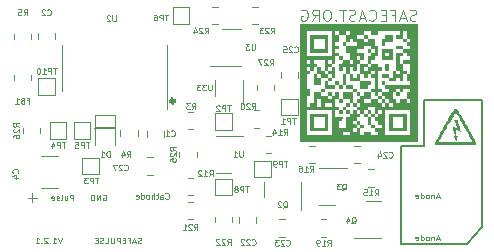
<source format=gbo>
G04 #@! TF.GenerationSoftware,KiCad,Pcbnew,(5.99.0-10336-g9846076676)*
G04 #@! TF.CreationDate,2021-04-19T15:00:14+12:00*
G04 #@! TF.ProjectId,OpenHVPS-5,4f70656e-4856-4505-932d-352e6b696361,V1.2.1*
G04 #@! TF.SameCoordinates,Original*
G04 #@! TF.FileFunction,Legend,Bot*
G04 #@! TF.FilePolarity,Positive*
%FSLAX46Y46*%
G04 Gerber Fmt 4.6, Leading zero omitted, Abs format (unit mm)*
G04 Created by KiCad (PCBNEW (5.99.0-10336-g9846076676)) date 2021-04-19 15:00:14*
%MOMM*%
%LPD*%
G01*
G04 APERTURE LIST*
%ADD10C,0.150000*%
%ADD11C,0.325000*%
%ADD12C,0.100000*%
%ADD13C,0.075000*%
%ADD14C,0.120000*%
G04 APERTURE END LIST*
D10*
X159512000Y-77575000D02*
X165100000Y-77575000D01*
X166370000Y-76200000D02*
X165100000Y-77575000D01*
X159512000Y-69350000D02*
X161520000Y-69350000D01*
X161520000Y-65405000D02*
X166370000Y-65405000D01*
X133670000Y-67770000D02*
X135370000Y-67770000D01*
X166370000Y-65405000D02*
X166370000Y-76200000D01*
X159512000Y-71500000D02*
X159512000Y-77575000D01*
D11*
X140362500Y-65500000D02*
G75*
G03*
X140362500Y-65500000I-162500J0D01*
G01*
D10*
X161520000Y-69350000D02*
X161520000Y-65405000D01*
X159512000Y-71500000D02*
X159512000Y-69350000D01*
D12*
X134305952Y-73450000D02*
X134353571Y-73426190D01*
X134425000Y-73426190D01*
X134496428Y-73450000D01*
X134544047Y-73497619D01*
X134567857Y-73545238D01*
X134591666Y-73640476D01*
X134591666Y-73711904D01*
X134567857Y-73807142D01*
X134544047Y-73854761D01*
X134496428Y-73902380D01*
X134425000Y-73926190D01*
X134377380Y-73926190D01*
X134305952Y-73902380D01*
X134282142Y-73878571D01*
X134282142Y-73711904D01*
X134377380Y-73711904D01*
X134067857Y-73926190D02*
X134067857Y-73426190D01*
X133782142Y-73926190D01*
X133782142Y-73426190D01*
X133544047Y-73926190D02*
X133544047Y-73426190D01*
X133425000Y-73426190D01*
X133353571Y-73450000D01*
X133305952Y-73497619D01*
X133282142Y-73545238D01*
X133258333Y-73640476D01*
X133258333Y-73711904D01*
X133282142Y-73807142D01*
X133305952Y-73854761D01*
X133353571Y-73902380D01*
X133425000Y-73926190D01*
X133544047Y-73926190D01*
X160841714Y-58674523D02*
X160706000Y-58719761D01*
X160479809Y-58719761D01*
X160389333Y-58674523D01*
X160344095Y-58629285D01*
X160298857Y-58538809D01*
X160298857Y-58448333D01*
X160344095Y-58357857D01*
X160389333Y-58312619D01*
X160479809Y-58267380D01*
X160660761Y-58222142D01*
X160751238Y-58176904D01*
X160796476Y-58131666D01*
X160841714Y-58041190D01*
X160841714Y-57950714D01*
X160796476Y-57860238D01*
X160751238Y-57815000D01*
X160660761Y-57769761D01*
X160434571Y-57769761D01*
X160298857Y-57815000D01*
X159936952Y-58448333D02*
X159484571Y-58448333D01*
X160027428Y-58719761D02*
X159710761Y-57769761D01*
X159394095Y-58719761D01*
X158760761Y-58222142D02*
X159077428Y-58222142D01*
X159077428Y-58719761D02*
X159077428Y-57769761D01*
X158625047Y-57769761D01*
X158263142Y-58222142D02*
X157946476Y-58222142D01*
X157810761Y-58719761D02*
X158263142Y-58719761D01*
X158263142Y-57769761D01*
X157810761Y-57769761D01*
X156860761Y-58629285D02*
X156906000Y-58674523D01*
X157041714Y-58719761D01*
X157132190Y-58719761D01*
X157267904Y-58674523D01*
X157358380Y-58584047D01*
X157403619Y-58493571D01*
X157448857Y-58312619D01*
X157448857Y-58176904D01*
X157403619Y-57995952D01*
X157358380Y-57905476D01*
X157267904Y-57815000D01*
X157132190Y-57769761D01*
X157041714Y-57769761D01*
X156906000Y-57815000D01*
X156860761Y-57860238D01*
X156498857Y-58448333D02*
X156046476Y-58448333D01*
X156589333Y-58719761D02*
X156272666Y-57769761D01*
X155956000Y-58719761D01*
X155684571Y-58674523D02*
X155548857Y-58719761D01*
X155322666Y-58719761D01*
X155232190Y-58674523D01*
X155186952Y-58629285D01*
X155141714Y-58538809D01*
X155141714Y-58448333D01*
X155186952Y-58357857D01*
X155232190Y-58312619D01*
X155322666Y-58267380D01*
X155503619Y-58222142D01*
X155594095Y-58176904D01*
X155639333Y-58131666D01*
X155684571Y-58041190D01*
X155684571Y-57950714D01*
X155639333Y-57860238D01*
X155594095Y-57815000D01*
X155503619Y-57769761D01*
X155277428Y-57769761D01*
X155141714Y-57815000D01*
X154870285Y-57769761D02*
X154327428Y-57769761D01*
X154598857Y-58719761D02*
X154598857Y-57769761D01*
X154010761Y-58629285D02*
X153965523Y-58674523D01*
X154010761Y-58719761D01*
X154056000Y-58674523D01*
X154010761Y-58629285D01*
X154010761Y-58719761D01*
X153377428Y-57769761D02*
X153196476Y-57769761D01*
X153106000Y-57815000D01*
X153015523Y-57905476D01*
X152970285Y-58086428D01*
X152970285Y-58403095D01*
X153015523Y-58584047D01*
X153106000Y-58674523D01*
X153196476Y-58719761D01*
X153377428Y-58719761D01*
X153467904Y-58674523D01*
X153558380Y-58584047D01*
X153603619Y-58403095D01*
X153603619Y-58086428D01*
X153558380Y-57905476D01*
X153467904Y-57815000D01*
X153377428Y-57769761D01*
X152020285Y-58719761D02*
X152336952Y-58267380D01*
X152563142Y-58719761D02*
X152563142Y-57769761D01*
X152201238Y-57769761D01*
X152110761Y-57815000D01*
X152065523Y-57860238D01*
X152020285Y-57950714D01*
X152020285Y-58086428D01*
X152065523Y-58176904D01*
X152110761Y-58222142D01*
X152201238Y-58267380D01*
X152563142Y-58267380D01*
X151115523Y-57815000D02*
X151206000Y-57769761D01*
X151341714Y-57769761D01*
X151477428Y-57815000D01*
X151567904Y-57905476D01*
X151613142Y-57995952D01*
X151658380Y-58176904D01*
X151658380Y-58312619D01*
X151613142Y-58493571D01*
X151567904Y-58584047D01*
X151477428Y-58674523D01*
X151341714Y-58719761D01*
X151251238Y-58719761D01*
X151115523Y-58674523D01*
X151070285Y-58629285D01*
X151070285Y-58312619D01*
X151251238Y-58312619D01*
X128721952Y-73711428D02*
X127960047Y-73711428D01*
X128341000Y-74092380D02*
X128341000Y-73330476D01*
D13*
X137572190Y-77545380D02*
X137500761Y-77569190D01*
X137381714Y-77569190D01*
X137334095Y-77545380D01*
X137310285Y-77521571D01*
X137286476Y-77473952D01*
X137286476Y-77426333D01*
X137310285Y-77378714D01*
X137334095Y-77354904D01*
X137381714Y-77331095D01*
X137476952Y-77307285D01*
X137524571Y-77283476D01*
X137548380Y-77259666D01*
X137572190Y-77212047D01*
X137572190Y-77164428D01*
X137548380Y-77116809D01*
X137524571Y-77093000D01*
X137476952Y-77069190D01*
X137357904Y-77069190D01*
X137286476Y-77093000D01*
X137096000Y-77426333D02*
X136857904Y-77426333D01*
X137143619Y-77569190D02*
X136976952Y-77069190D01*
X136810285Y-77569190D01*
X136476952Y-77307285D02*
X136643619Y-77307285D01*
X136643619Y-77569190D02*
X136643619Y-77069190D01*
X136405523Y-77069190D01*
X136215047Y-77307285D02*
X136048380Y-77307285D01*
X135976952Y-77569190D02*
X136215047Y-77569190D01*
X136215047Y-77069190D01*
X135976952Y-77069190D01*
X135762666Y-77569190D02*
X135762666Y-77069190D01*
X135572190Y-77069190D01*
X135524571Y-77093000D01*
X135500761Y-77116809D01*
X135476952Y-77164428D01*
X135476952Y-77235857D01*
X135500761Y-77283476D01*
X135524571Y-77307285D01*
X135572190Y-77331095D01*
X135762666Y-77331095D01*
X135262666Y-77069190D02*
X135262666Y-77473952D01*
X135238857Y-77521571D01*
X135215047Y-77545380D01*
X135167428Y-77569190D01*
X135072190Y-77569190D01*
X135024571Y-77545380D01*
X135000761Y-77521571D01*
X134976952Y-77473952D01*
X134976952Y-77069190D01*
X134500761Y-77569190D02*
X134738857Y-77569190D01*
X134738857Y-77069190D01*
X134357904Y-77545380D02*
X134286476Y-77569190D01*
X134167428Y-77569190D01*
X134119809Y-77545380D01*
X134096000Y-77521571D01*
X134072190Y-77473952D01*
X134072190Y-77426333D01*
X134096000Y-77378714D01*
X134119809Y-77354904D01*
X134167428Y-77331095D01*
X134262666Y-77307285D01*
X134310285Y-77283476D01*
X134334095Y-77259666D01*
X134357904Y-77212047D01*
X134357904Y-77164428D01*
X134334095Y-77116809D01*
X134310285Y-77093000D01*
X134262666Y-77069190D01*
X134143619Y-77069190D01*
X134072190Y-77093000D01*
X133857904Y-77307285D02*
X133691238Y-77307285D01*
X133619809Y-77569190D02*
X133857904Y-77569190D01*
X133857904Y-77069190D01*
X133619809Y-77069190D01*
X130810285Y-77069190D02*
X130643619Y-77569190D01*
X130476952Y-77069190D01*
X130048380Y-77569190D02*
X130334095Y-77569190D01*
X130191238Y-77569190D02*
X130191238Y-77069190D01*
X130238857Y-77140619D01*
X130286476Y-77188238D01*
X130334095Y-77212047D01*
X129834095Y-77521571D02*
X129810285Y-77545380D01*
X129834095Y-77569190D01*
X129857904Y-77545380D01*
X129834095Y-77521571D01*
X129834095Y-77569190D01*
X129619809Y-77116809D02*
X129596000Y-77093000D01*
X129548380Y-77069190D01*
X129429333Y-77069190D01*
X129381714Y-77093000D01*
X129357904Y-77116809D01*
X129334095Y-77164428D01*
X129334095Y-77212047D01*
X129357904Y-77283476D01*
X129643619Y-77569190D01*
X129334095Y-77569190D01*
X129119809Y-77521571D02*
X129096000Y-77545380D01*
X129119809Y-77569190D01*
X129143619Y-77545380D01*
X129119809Y-77521571D01*
X129119809Y-77569190D01*
X128619809Y-77569190D02*
X128905523Y-77569190D01*
X128762666Y-77569190D02*
X128762666Y-77069190D01*
X128810285Y-77140619D01*
X128857904Y-77188238D01*
X128905523Y-77212047D01*
D12*
X131785761Y-73926190D02*
X131785761Y-73426190D01*
X131595285Y-73426190D01*
X131547666Y-73450000D01*
X131523857Y-73473809D01*
X131500047Y-73521428D01*
X131500047Y-73592857D01*
X131523857Y-73640476D01*
X131547666Y-73664285D01*
X131595285Y-73688095D01*
X131785761Y-73688095D01*
X131071476Y-73592857D02*
X131071476Y-73926190D01*
X131285761Y-73592857D02*
X131285761Y-73854761D01*
X131261952Y-73902380D01*
X131214333Y-73926190D01*
X131142904Y-73926190D01*
X131095285Y-73902380D01*
X131071476Y-73878571D01*
X130761952Y-73926190D02*
X130809571Y-73902380D01*
X130833380Y-73854761D01*
X130833380Y-73426190D01*
X130595285Y-73902380D02*
X130547666Y-73926190D01*
X130452428Y-73926190D01*
X130404809Y-73902380D01*
X130381000Y-73854761D01*
X130381000Y-73830952D01*
X130404809Y-73783333D01*
X130452428Y-73759523D01*
X130523857Y-73759523D01*
X130571476Y-73735714D01*
X130595285Y-73688095D01*
X130595285Y-73664285D01*
X130571476Y-73616666D01*
X130523857Y-73592857D01*
X130452428Y-73592857D01*
X130404809Y-73616666D01*
X129976238Y-73902380D02*
X130023857Y-73926190D01*
X130119095Y-73926190D01*
X130166714Y-73902380D01*
X130190523Y-73854761D01*
X130190523Y-73664285D01*
X130166714Y-73616666D01*
X130119095Y-73592857D01*
X130023857Y-73592857D01*
X129976238Y-73616666D01*
X129952428Y-73664285D01*
X129952428Y-73711904D01*
X130190523Y-73759523D01*
D13*
X162785904Y-73616333D02*
X162547809Y-73616333D01*
X162833523Y-73759190D02*
X162666857Y-73259190D01*
X162500190Y-73759190D01*
X162333523Y-73425857D02*
X162333523Y-73759190D01*
X162333523Y-73473476D02*
X162309714Y-73449666D01*
X162262095Y-73425857D01*
X162190666Y-73425857D01*
X162143047Y-73449666D01*
X162119238Y-73497285D01*
X162119238Y-73759190D01*
X161809714Y-73759190D02*
X161857333Y-73735380D01*
X161881142Y-73711571D01*
X161904952Y-73663952D01*
X161904952Y-73521095D01*
X161881142Y-73473476D01*
X161857333Y-73449666D01*
X161809714Y-73425857D01*
X161738285Y-73425857D01*
X161690666Y-73449666D01*
X161666857Y-73473476D01*
X161643047Y-73521095D01*
X161643047Y-73663952D01*
X161666857Y-73711571D01*
X161690666Y-73735380D01*
X161738285Y-73759190D01*
X161809714Y-73759190D01*
X161214476Y-73759190D02*
X161214476Y-73259190D01*
X161214476Y-73735380D02*
X161262095Y-73759190D01*
X161357333Y-73759190D01*
X161404952Y-73735380D01*
X161428761Y-73711571D01*
X161452571Y-73663952D01*
X161452571Y-73521095D01*
X161428761Y-73473476D01*
X161404952Y-73449666D01*
X161357333Y-73425857D01*
X161262095Y-73425857D01*
X161214476Y-73449666D01*
X160785904Y-73735380D02*
X160833523Y-73759190D01*
X160928761Y-73759190D01*
X160976380Y-73735380D01*
X161000190Y-73687761D01*
X161000190Y-73497285D01*
X160976380Y-73449666D01*
X160928761Y-73425857D01*
X160833523Y-73425857D01*
X160785904Y-73449666D01*
X160762095Y-73497285D01*
X160762095Y-73544904D01*
X161000190Y-73592523D01*
X162785904Y-77172333D02*
X162547809Y-77172333D01*
X162833523Y-77315190D02*
X162666857Y-76815190D01*
X162500190Y-77315190D01*
X162333523Y-76981857D02*
X162333523Y-77315190D01*
X162333523Y-77029476D02*
X162309714Y-77005666D01*
X162262095Y-76981857D01*
X162190666Y-76981857D01*
X162143047Y-77005666D01*
X162119238Y-77053285D01*
X162119238Y-77315190D01*
X161809714Y-77315190D02*
X161857333Y-77291380D01*
X161881142Y-77267571D01*
X161904952Y-77219952D01*
X161904952Y-77077095D01*
X161881142Y-77029476D01*
X161857333Y-77005666D01*
X161809714Y-76981857D01*
X161738285Y-76981857D01*
X161690666Y-77005666D01*
X161666857Y-77029476D01*
X161643047Y-77077095D01*
X161643047Y-77219952D01*
X161666857Y-77267571D01*
X161690666Y-77291380D01*
X161738285Y-77315190D01*
X161809714Y-77315190D01*
X161214476Y-77315190D02*
X161214476Y-76815190D01*
X161214476Y-77291380D02*
X161262095Y-77315190D01*
X161357333Y-77315190D01*
X161404952Y-77291380D01*
X161428761Y-77267571D01*
X161452571Y-77219952D01*
X161452571Y-77077095D01*
X161428761Y-77029476D01*
X161404952Y-77005666D01*
X161357333Y-76981857D01*
X161262095Y-76981857D01*
X161214476Y-77005666D01*
X160785904Y-77291380D02*
X160833523Y-77315190D01*
X160928761Y-77315190D01*
X160976380Y-77291380D01*
X161000190Y-77243761D01*
X161000190Y-77053285D01*
X160976380Y-77005666D01*
X160928761Y-76981857D01*
X160833523Y-76981857D01*
X160785904Y-77005666D01*
X160762095Y-77053285D01*
X160762095Y-77100904D01*
X161000190Y-77148523D01*
X139607142Y-73743571D02*
X139630952Y-73767380D01*
X139702380Y-73791190D01*
X139750000Y-73791190D01*
X139821428Y-73767380D01*
X139869047Y-73719761D01*
X139892857Y-73672142D01*
X139916666Y-73576904D01*
X139916666Y-73505476D01*
X139892857Y-73410238D01*
X139869047Y-73362619D01*
X139821428Y-73315000D01*
X139750000Y-73291190D01*
X139702380Y-73291190D01*
X139630952Y-73315000D01*
X139607142Y-73338809D01*
X139178571Y-73791190D02*
X139178571Y-73529285D01*
X139202380Y-73481666D01*
X139250000Y-73457857D01*
X139345238Y-73457857D01*
X139392857Y-73481666D01*
X139178571Y-73767380D02*
X139226190Y-73791190D01*
X139345238Y-73791190D01*
X139392857Y-73767380D01*
X139416666Y-73719761D01*
X139416666Y-73672142D01*
X139392857Y-73624523D01*
X139345238Y-73600714D01*
X139226190Y-73600714D01*
X139178571Y-73576904D01*
X139011904Y-73457857D02*
X138821428Y-73457857D01*
X138940476Y-73291190D02*
X138940476Y-73719761D01*
X138916666Y-73767380D01*
X138869047Y-73791190D01*
X138821428Y-73791190D01*
X138654761Y-73791190D02*
X138654761Y-73291190D01*
X138440476Y-73791190D02*
X138440476Y-73529285D01*
X138464285Y-73481666D01*
X138511904Y-73457857D01*
X138583333Y-73457857D01*
X138630952Y-73481666D01*
X138654761Y-73505476D01*
X138130952Y-73791190D02*
X138178571Y-73767380D01*
X138202380Y-73743571D01*
X138226190Y-73695952D01*
X138226190Y-73553095D01*
X138202380Y-73505476D01*
X138178571Y-73481666D01*
X138130952Y-73457857D01*
X138059523Y-73457857D01*
X138011904Y-73481666D01*
X137988095Y-73505476D01*
X137964285Y-73553095D01*
X137964285Y-73695952D01*
X137988095Y-73743571D01*
X138011904Y-73767380D01*
X138059523Y-73791190D01*
X138130952Y-73791190D01*
X137535714Y-73791190D02*
X137535714Y-73291190D01*
X137535714Y-73767380D02*
X137583333Y-73791190D01*
X137678571Y-73791190D01*
X137726190Y-73767380D01*
X137750000Y-73743571D01*
X137773809Y-73695952D01*
X137773809Y-73553095D01*
X137750000Y-73505476D01*
X137726190Y-73481666D01*
X137678571Y-73457857D01*
X137583333Y-73457857D01*
X137535714Y-73481666D01*
X137107142Y-73767380D02*
X137154761Y-73791190D01*
X137250000Y-73791190D01*
X137297619Y-73767380D01*
X137321428Y-73719761D01*
X137321428Y-73529285D01*
X137297619Y-73481666D01*
X137250000Y-73457857D01*
X137154761Y-73457857D01*
X137107142Y-73481666D01*
X137083333Y-73529285D01*
X137083333Y-73576904D01*
X137321428Y-73624523D01*
X133150952Y-68996190D02*
X132865238Y-68996190D01*
X133008095Y-69496190D02*
X133008095Y-68996190D01*
X132698571Y-69496190D02*
X132698571Y-68996190D01*
X132508095Y-68996190D01*
X132460476Y-69020000D01*
X132436666Y-69043809D01*
X132412857Y-69091428D01*
X132412857Y-69162857D01*
X132436666Y-69210476D01*
X132460476Y-69234285D01*
X132508095Y-69258095D01*
X132698571Y-69258095D01*
X131960476Y-68996190D02*
X132198571Y-68996190D01*
X132222380Y-69234285D01*
X132198571Y-69210476D01*
X132150952Y-69186666D01*
X132031904Y-69186666D01*
X131984285Y-69210476D01*
X131960476Y-69234285D01*
X131936666Y-69281904D01*
X131936666Y-69400952D01*
X131960476Y-69448571D01*
X131984285Y-69472380D01*
X132031904Y-69496190D01*
X132150952Y-69496190D01*
X132198571Y-69472380D01*
X132222380Y-69448571D01*
X142029428Y-76427690D02*
X142196095Y-76189595D01*
X142315142Y-76427690D02*
X142315142Y-75927690D01*
X142124666Y-75927690D01*
X142077047Y-75951500D01*
X142053238Y-75975309D01*
X142029428Y-76022928D01*
X142029428Y-76094357D01*
X142053238Y-76141976D01*
X142077047Y-76165785D01*
X142124666Y-76189595D01*
X142315142Y-76189595D01*
X141838952Y-75975309D02*
X141815142Y-75951500D01*
X141767523Y-75927690D01*
X141648476Y-75927690D01*
X141600857Y-75951500D01*
X141577047Y-75975309D01*
X141553238Y-76022928D01*
X141553238Y-76070547D01*
X141577047Y-76141976D01*
X141862761Y-76427690D01*
X141553238Y-76427690D01*
X141077047Y-76427690D02*
X141362761Y-76427690D01*
X141219904Y-76427690D02*
X141219904Y-75927690D01*
X141267523Y-75999119D01*
X141315142Y-76046738D01*
X141362761Y-76070547D01*
X150630952Y-66926190D02*
X150345238Y-66926190D01*
X150488095Y-67426190D02*
X150488095Y-66926190D01*
X150178571Y-67426190D02*
X150178571Y-66926190D01*
X149988095Y-66926190D01*
X149940476Y-66950000D01*
X149916666Y-66973809D01*
X149892857Y-67021428D01*
X149892857Y-67092857D01*
X149916666Y-67140476D01*
X149940476Y-67164285D01*
X149988095Y-67188095D01*
X150178571Y-67188095D01*
X149416666Y-67426190D02*
X149702380Y-67426190D01*
X149559523Y-67426190D02*
X149559523Y-66926190D01*
X149607142Y-66997619D01*
X149654761Y-67045238D01*
X149702380Y-67069047D01*
X143321428Y-71891190D02*
X143488095Y-71653095D01*
X143607142Y-71891190D02*
X143607142Y-71391190D01*
X143416666Y-71391190D01*
X143369047Y-71415000D01*
X143345238Y-71438809D01*
X143321428Y-71486428D01*
X143321428Y-71557857D01*
X143345238Y-71605476D01*
X143369047Y-71629285D01*
X143416666Y-71653095D01*
X143607142Y-71653095D01*
X142845238Y-71891190D02*
X143130952Y-71891190D01*
X142988095Y-71891190D02*
X142988095Y-71391190D01*
X143035714Y-71462619D01*
X143083333Y-71510238D01*
X143130952Y-71534047D01*
X142654761Y-71438809D02*
X142630952Y-71415000D01*
X142583333Y-71391190D01*
X142464285Y-71391190D01*
X142416666Y-71415000D01*
X142392857Y-71438809D01*
X142369047Y-71486428D01*
X142369047Y-71534047D01*
X142392857Y-71605476D01*
X142678571Y-71891190D01*
X142369047Y-71891190D01*
X154567619Y-73043809D02*
X154615238Y-73020000D01*
X154662857Y-72972380D01*
X154734285Y-72900952D01*
X154781904Y-72877142D01*
X154829523Y-72877142D01*
X154805714Y-72996190D02*
X154853333Y-72972380D01*
X154900952Y-72924761D01*
X154924761Y-72829523D01*
X154924761Y-72662857D01*
X154900952Y-72567619D01*
X154853333Y-72520000D01*
X154805714Y-72496190D01*
X154710476Y-72496190D01*
X154662857Y-72520000D01*
X154615238Y-72567619D01*
X154591428Y-72662857D01*
X154591428Y-72829523D01*
X154615238Y-72924761D01*
X154662857Y-72972380D01*
X154710476Y-72996190D01*
X154805714Y-72996190D01*
X154424761Y-72496190D02*
X154115238Y-72496190D01*
X154281904Y-72686666D01*
X154210476Y-72686666D01*
X154162857Y-72710476D01*
X154139047Y-72734285D01*
X154115238Y-72781904D01*
X154115238Y-72900952D01*
X154139047Y-72948571D01*
X154162857Y-72972380D01*
X154210476Y-72996190D01*
X154353333Y-72996190D01*
X154400952Y-72972380D01*
X154424761Y-72948571D01*
X139830952Y-58191190D02*
X139545238Y-58191190D01*
X139688095Y-58691190D02*
X139688095Y-58191190D01*
X139378571Y-58691190D02*
X139378571Y-58191190D01*
X139188095Y-58191190D01*
X139140476Y-58215000D01*
X139116666Y-58238809D01*
X139092857Y-58286428D01*
X139092857Y-58357857D01*
X139116666Y-58405476D01*
X139140476Y-58429285D01*
X139188095Y-58453095D01*
X139378571Y-58453095D01*
X138664285Y-58191190D02*
X138759523Y-58191190D01*
X138807142Y-58215000D01*
X138830952Y-58238809D01*
X138878571Y-58310238D01*
X138902380Y-58405476D01*
X138902380Y-58595952D01*
X138878571Y-58643571D01*
X138854761Y-58667380D01*
X138807142Y-58691190D01*
X138711904Y-58691190D01*
X138664285Y-58667380D01*
X138640476Y-58643571D01*
X138616666Y-58595952D01*
X138616666Y-58476904D01*
X138640476Y-58429285D01*
X138664285Y-58405476D01*
X138711904Y-58381666D01*
X138807142Y-58381666D01*
X138854761Y-58405476D01*
X138878571Y-58429285D01*
X138902380Y-58476904D01*
X142921428Y-59791190D02*
X143088095Y-59553095D01*
X143207142Y-59791190D02*
X143207142Y-59291190D01*
X143016666Y-59291190D01*
X142969047Y-59315000D01*
X142945238Y-59338809D01*
X142921428Y-59386428D01*
X142921428Y-59457857D01*
X142945238Y-59505476D01*
X142969047Y-59529285D01*
X143016666Y-59553095D01*
X143207142Y-59553095D01*
X142730952Y-59338809D02*
X142707142Y-59315000D01*
X142659523Y-59291190D01*
X142540476Y-59291190D01*
X142492857Y-59315000D01*
X142469047Y-59338809D01*
X142445238Y-59386428D01*
X142445238Y-59434047D01*
X142469047Y-59505476D01*
X142754761Y-59791190D01*
X142445238Y-59791190D01*
X142016666Y-59457857D02*
X142016666Y-59791190D01*
X142135714Y-59267380D02*
X142254761Y-59624523D01*
X141945238Y-59624523D01*
X149821428Y-77698571D02*
X149845238Y-77722380D01*
X149916666Y-77746190D01*
X149964285Y-77746190D01*
X150035714Y-77722380D01*
X150083333Y-77674761D01*
X150107142Y-77627142D01*
X150130952Y-77531904D01*
X150130952Y-77460476D01*
X150107142Y-77365238D01*
X150083333Y-77317619D01*
X150035714Y-77270000D01*
X149964285Y-77246190D01*
X149916666Y-77246190D01*
X149845238Y-77270000D01*
X149821428Y-77293809D01*
X149630952Y-77293809D02*
X149607142Y-77270000D01*
X149559523Y-77246190D01*
X149440476Y-77246190D01*
X149392857Y-77270000D01*
X149369047Y-77293809D01*
X149345238Y-77341428D01*
X149345238Y-77389047D01*
X149369047Y-77460476D01*
X149654761Y-77746190D01*
X149345238Y-77746190D01*
X149178571Y-77246190D02*
X148869047Y-77246190D01*
X149035714Y-77436666D01*
X148964285Y-77436666D01*
X148916666Y-77460476D01*
X148892857Y-77484285D01*
X148869047Y-77531904D01*
X148869047Y-77650952D01*
X148892857Y-77698571D01*
X148916666Y-77722380D01*
X148964285Y-77746190D01*
X149107142Y-77746190D01*
X149154761Y-77722380D01*
X149178571Y-77698571D01*
X129603333Y-58198571D02*
X129627142Y-58222380D01*
X129698571Y-58246190D01*
X129746190Y-58246190D01*
X129817619Y-58222380D01*
X129865238Y-58174761D01*
X129889047Y-58127142D01*
X129912857Y-58031904D01*
X129912857Y-57960476D01*
X129889047Y-57865238D01*
X129865238Y-57817619D01*
X129817619Y-57770000D01*
X129746190Y-57746190D01*
X129698571Y-57746190D01*
X129627142Y-57770000D01*
X129603333Y-57793809D01*
X129412857Y-57793809D02*
X129389047Y-57770000D01*
X129341428Y-57746190D01*
X129222380Y-57746190D01*
X129174761Y-57770000D01*
X129150952Y-57793809D01*
X129127142Y-57841428D01*
X129127142Y-57889047D01*
X129150952Y-57960476D01*
X129436666Y-58246190D01*
X129127142Y-58246190D01*
X133930952Y-71991190D02*
X133645238Y-71991190D01*
X133788095Y-72491190D02*
X133788095Y-71991190D01*
X133478571Y-72491190D02*
X133478571Y-71991190D01*
X133288095Y-71991190D01*
X133240476Y-72015000D01*
X133216666Y-72038809D01*
X133192857Y-72086428D01*
X133192857Y-72157857D01*
X133216666Y-72205476D01*
X133240476Y-72229285D01*
X133288095Y-72253095D01*
X133478571Y-72253095D01*
X133026190Y-71991190D02*
X132716666Y-71991190D01*
X132883333Y-72181666D01*
X132811904Y-72181666D01*
X132764285Y-72205476D01*
X132740476Y-72229285D01*
X132716666Y-72276904D01*
X132716666Y-72395952D01*
X132740476Y-72443571D01*
X132764285Y-72467380D01*
X132811904Y-72491190D01*
X132954761Y-72491190D01*
X133002380Y-72467380D01*
X133026190Y-72443571D01*
X158521428Y-70243571D02*
X158545238Y-70267380D01*
X158616666Y-70291190D01*
X158664285Y-70291190D01*
X158735714Y-70267380D01*
X158783333Y-70219761D01*
X158807142Y-70172142D01*
X158830952Y-70076904D01*
X158830952Y-70005476D01*
X158807142Y-69910238D01*
X158783333Y-69862619D01*
X158735714Y-69815000D01*
X158664285Y-69791190D01*
X158616666Y-69791190D01*
X158545238Y-69815000D01*
X158521428Y-69838809D01*
X158330952Y-69838809D02*
X158307142Y-69815000D01*
X158259523Y-69791190D01*
X158140476Y-69791190D01*
X158092857Y-69815000D01*
X158069047Y-69838809D01*
X158045238Y-69886428D01*
X158045238Y-69934047D01*
X158069047Y-70005476D01*
X158354761Y-70291190D01*
X158045238Y-70291190D01*
X157616666Y-69957857D02*
X157616666Y-70291190D01*
X157735714Y-69767380D02*
X157854761Y-70124523D01*
X157545238Y-70124523D01*
X140496190Y-69698571D02*
X140258095Y-69531904D01*
X140496190Y-69412857D02*
X139996190Y-69412857D01*
X139996190Y-69603333D01*
X140020000Y-69650952D01*
X140043809Y-69674761D01*
X140091428Y-69698571D01*
X140162857Y-69698571D01*
X140210476Y-69674761D01*
X140234285Y-69650952D01*
X140258095Y-69603333D01*
X140258095Y-69412857D01*
X140043809Y-69889047D02*
X140020000Y-69912857D01*
X139996190Y-69960476D01*
X139996190Y-70079523D01*
X140020000Y-70127142D01*
X140043809Y-70150952D01*
X140091428Y-70174761D01*
X140139047Y-70174761D01*
X140210476Y-70150952D01*
X140496190Y-69865238D01*
X140496190Y-70174761D01*
X139996190Y-70627142D02*
X139996190Y-70389047D01*
X140234285Y-70365238D01*
X140210476Y-70389047D01*
X140186666Y-70436666D01*
X140186666Y-70555714D01*
X140210476Y-70603333D01*
X140234285Y-70627142D01*
X140281904Y-70650952D01*
X140400952Y-70650952D01*
X140448571Y-70627142D01*
X140472380Y-70603333D01*
X140496190Y-70555714D01*
X140496190Y-70436666D01*
X140472380Y-70389047D01*
X140448571Y-70365238D01*
X144838428Y-77664690D02*
X145005095Y-77426595D01*
X145124142Y-77664690D02*
X145124142Y-77164690D01*
X144933666Y-77164690D01*
X144886047Y-77188500D01*
X144862238Y-77212309D01*
X144838428Y-77259928D01*
X144838428Y-77331357D01*
X144862238Y-77378976D01*
X144886047Y-77402785D01*
X144933666Y-77426595D01*
X145124142Y-77426595D01*
X144647952Y-77212309D02*
X144624142Y-77188500D01*
X144576523Y-77164690D01*
X144457476Y-77164690D01*
X144409857Y-77188500D01*
X144386047Y-77212309D01*
X144362238Y-77259928D01*
X144362238Y-77307547D01*
X144386047Y-77378976D01*
X144671761Y-77664690D01*
X144362238Y-77664690D01*
X144171761Y-77212309D02*
X144147952Y-77188500D01*
X144100333Y-77164690D01*
X143981285Y-77164690D01*
X143933666Y-77188500D01*
X143909857Y-77212309D01*
X143886047Y-77259928D01*
X143886047Y-77307547D01*
X143909857Y-77378976D01*
X144195571Y-77664690D01*
X143886047Y-77664690D01*
X134889047Y-70246190D02*
X134889047Y-69746190D01*
X134770000Y-69746190D01*
X134698571Y-69770000D01*
X134650952Y-69817619D01*
X134627142Y-69865238D01*
X134603333Y-69960476D01*
X134603333Y-70031904D01*
X134627142Y-70127142D01*
X134650952Y-70174761D01*
X134698571Y-70222380D01*
X134770000Y-70246190D01*
X134889047Y-70246190D01*
X134127142Y-70246190D02*
X134412857Y-70246190D01*
X134270000Y-70246190D02*
X134270000Y-69746190D01*
X134317619Y-69817619D01*
X134365238Y-69865238D01*
X134412857Y-69889047D01*
X127603333Y-58246190D02*
X127770000Y-58008095D01*
X127889047Y-58246190D02*
X127889047Y-57746190D01*
X127698571Y-57746190D01*
X127650952Y-57770000D01*
X127627142Y-57793809D01*
X127603333Y-57841428D01*
X127603333Y-57912857D01*
X127627142Y-57960476D01*
X127650952Y-57984285D01*
X127698571Y-58008095D01*
X127889047Y-58008095D01*
X127150952Y-57746190D02*
X127389047Y-57746190D01*
X127412857Y-57984285D01*
X127389047Y-57960476D01*
X127341428Y-57936666D01*
X127222380Y-57936666D01*
X127174761Y-57960476D01*
X127150952Y-57984285D01*
X127127142Y-58031904D01*
X127127142Y-58150952D01*
X127150952Y-58198571D01*
X127174761Y-58222380D01*
X127222380Y-58246190D01*
X127341428Y-58246190D01*
X127389047Y-58222380D01*
X127412857Y-58198571D01*
X147180952Y-60691190D02*
X147180952Y-61095952D01*
X147157142Y-61143571D01*
X147133333Y-61167380D01*
X147085714Y-61191190D01*
X146990476Y-61191190D01*
X146942857Y-61167380D01*
X146919047Y-61143571D01*
X146895238Y-61095952D01*
X146895238Y-60691190D01*
X146704761Y-60691190D02*
X146395238Y-60691190D01*
X146561904Y-60881666D01*
X146490476Y-60881666D01*
X146442857Y-60905476D01*
X146419047Y-60929285D01*
X146395238Y-60976904D01*
X146395238Y-61095952D01*
X146419047Y-61143571D01*
X146442857Y-61167380D01*
X146490476Y-61191190D01*
X146633333Y-61191190D01*
X146680952Y-61167380D01*
X146704761Y-61143571D01*
X146925428Y-77662071D02*
X146949238Y-77685880D01*
X147020666Y-77709690D01*
X147068285Y-77709690D01*
X147139714Y-77685880D01*
X147187333Y-77638261D01*
X147211142Y-77590642D01*
X147234952Y-77495404D01*
X147234952Y-77423976D01*
X147211142Y-77328738D01*
X147187333Y-77281119D01*
X147139714Y-77233500D01*
X147068285Y-77209690D01*
X147020666Y-77209690D01*
X146949238Y-77233500D01*
X146925428Y-77257309D01*
X146734952Y-77257309D02*
X146711142Y-77233500D01*
X146663523Y-77209690D01*
X146544476Y-77209690D01*
X146496857Y-77233500D01*
X146473047Y-77257309D01*
X146449238Y-77304928D01*
X146449238Y-77352547D01*
X146473047Y-77423976D01*
X146758761Y-77709690D01*
X146449238Y-77709690D01*
X146258761Y-77257309D02*
X146234952Y-77233500D01*
X146187333Y-77209690D01*
X146068285Y-77209690D01*
X146020666Y-77233500D01*
X145996857Y-77257309D01*
X145973047Y-77304928D01*
X145973047Y-77352547D01*
X145996857Y-77423976D01*
X146282571Y-77709690D01*
X145973047Y-77709690D01*
X155347619Y-75873809D02*
X155395238Y-75850000D01*
X155442857Y-75802380D01*
X155514285Y-75730952D01*
X155561904Y-75707142D01*
X155609523Y-75707142D01*
X155585714Y-75826190D02*
X155633333Y-75802380D01*
X155680952Y-75754761D01*
X155704761Y-75659523D01*
X155704761Y-75492857D01*
X155680952Y-75397619D01*
X155633333Y-75350000D01*
X155585714Y-75326190D01*
X155490476Y-75326190D01*
X155442857Y-75350000D01*
X155395238Y-75397619D01*
X155371428Y-75492857D01*
X155371428Y-75659523D01*
X155395238Y-75754761D01*
X155442857Y-75802380D01*
X155490476Y-75826190D01*
X155585714Y-75826190D01*
X154942857Y-75492857D02*
X154942857Y-75826190D01*
X155061904Y-75302380D02*
X155180952Y-75659523D01*
X154871428Y-75659523D01*
X146921428Y-66191190D02*
X147088095Y-65953095D01*
X147207142Y-66191190D02*
X147207142Y-65691190D01*
X147016666Y-65691190D01*
X146969047Y-65715000D01*
X146945238Y-65738809D01*
X146921428Y-65786428D01*
X146921428Y-65857857D01*
X146945238Y-65905476D01*
X146969047Y-65929285D01*
X147016666Y-65953095D01*
X147207142Y-65953095D01*
X146730952Y-65738809D02*
X146707142Y-65715000D01*
X146659523Y-65691190D01*
X146540476Y-65691190D01*
X146492857Y-65715000D01*
X146469047Y-65738809D01*
X146445238Y-65786428D01*
X146445238Y-65834047D01*
X146469047Y-65905476D01*
X146754761Y-66191190D01*
X146445238Y-66191190D01*
X146135714Y-65691190D02*
X146088095Y-65691190D01*
X146040476Y-65715000D01*
X146016666Y-65738809D01*
X145992857Y-65786428D01*
X145969047Y-65881666D01*
X145969047Y-66000714D01*
X145992857Y-66095952D01*
X146016666Y-66143571D01*
X146040476Y-66167380D01*
X146088095Y-66191190D01*
X146135714Y-66191190D01*
X146183333Y-66167380D01*
X146207142Y-66143571D01*
X146230952Y-66095952D01*
X146254761Y-66000714D01*
X146254761Y-65881666D01*
X146230952Y-65786428D01*
X146207142Y-65738809D01*
X146183333Y-65715000D01*
X146135714Y-65691190D01*
X149567619Y-74543809D02*
X149615238Y-74520000D01*
X149662857Y-74472380D01*
X149734285Y-74400952D01*
X149781904Y-74377142D01*
X149829523Y-74377142D01*
X149805714Y-74496190D02*
X149853333Y-74472380D01*
X149900952Y-74424761D01*
X149924761Y-74329523D01*
X149924761Y-74162857D01*
X149900952Y-74067619D01*
X149853333Y-74020000D01*
X149805714Y-73996190D01*
X149710476Y-73996190D01*
X149662857Y-74020000D01*
X149615238Y-74067619D01*
X149591428Y-74162857D01*
X149591428Y-74329523D01*
X149615238Y-74424761D01*
X149662857Y-74472380D01*
X149710476Y-74496190D01*
X149805714Y-74496190D01*
X149400952Y-74043809D02*
X149377142Y-74020000D01*
X149329523Y-73996190D01*
X149210476Y-73996190D01*
X149162857Y-74020000D01*
X149139047Y-74043809D01*
X149115238Y-74091428D01*
X149115238Y-74139047D01*
X149139047Y-74210476D01*
X149424761Y-74496190D01*
X149115238Y-74496190D01*
X130389047Y-62726190D02*
X130103333Y-62726190D01*
X130246190Y-63226190D02*
X130246190Y-62726190D01*
X129936666Y-63226190D02*
X129936666Y-62726190D01*
X129746190Y-62726190D01*
X129698571Y-62750000D01*
X129674761Y-62773809D01*
X129650952Y-62821428D01*
X129650952Y-62892857D01*
X129674761Y-62940476D01*
X129698571Y-62964285D01*
X129746190Y-62988095D01*
X129936666Y-62988095D01*
X129174761Y-63226190D02*
X129460476Y-63226190D01*
X129317619Y-63226190D02*
X129317619Y-62726190D01*
X129365238Y-62797619D01*
X129412857Y-62845238D01*
X129460476Y-62869047D01*
X128865238Y-62726190D02*
X128817619Y-62726190D01*
X128770000Y-62750000D01*
X128746190Y-62773809D01*
X128722380Y-62821428D01*
X128698571Y-62916666D01*
X128698571Y-63035714D01*
X128722380Y-63130952D01*
X128746190Y-63178571D01*
X128770000Y-63202380D01*
X128817619Y-63226190D01*
X128865238Y-63226190D01*
X128912857Y-63202380D01*
X128936666Y-63178571D01*
X128960476Y-63130952D01*
X128984285Y-63035714D01*
X128984285Y-62916666D01*
X128960476Y-62821428D01*
X128936666Y-62773809D01*
X128912857Y-62750000D01*
X128865238Y-62726190D01*
X148521428Y-59791190D02*
X148688095Y-59553095D01*
X148807142Y-59791190D02*
X148807142Y-59291190D01*
X148616666Y-59291190D01*
X148569047Y-59315000D01*
X148545238Y-59338809D01*
X148521428Y-59386428D01*
X148521428Y-59457857D01*
X148545238Y-59505476D01*
X148569047Y-59529285D01*
X148616666Y-59553095D01*
X148807142Y-59553095D01*
X148330952Y-59338809D02*
X148307142Y-59315000D01*
X148259523Y-59291190D01*
X148140476Y-59291190D01*
X148092857Y-59315000D01*
X148069047Y-59338809D01*
X148045238Y-59386428D01*
X148045238Y-59434047D01*
X148069047Y-59505476D01*
X148354761Y-59791190D01*
X148045238Y-59791190D01*
X147878571Y-59291190D02*
X147569047Y-59291190D01*
X147735714Y-59481666D01*
X147664285Y-59481666D01*
X147616666Y-59505476D01*
X147592857Y-59529285D01*
X147569047Y-59576904D01*
X147569047Y-59695952D01*
X147592857Y-59743571D01*
X147616666Y-59767380D01*
X147664285Y-59791190D01*
X147807142Y-59791190D01*
X147854761Y-59767380D01*
X147878571Y-59743571D01*
X140103333Y-68448571D02*
X140127142Y-68472380D01*
X140198571Y-68496190D01*
X140246190Y-68496190D01*
X140317619Y-68472380D01*
X140365238Y-68424761D01*
X140389047Y-68377142D01*
X140412857Y-68281904D01*
X140412857Y-68210476D01*
X140389047Y-68115238D01*
X140365238Y-68067619D01*
X140317619Y-68020000D01*
X140246190Y-67996190D01*
X140198571Y-67996190D01*
X140127142Y-68020000D01*
X140103333Y-68043809D01*
X139627142Y-68496190D02*
X139912857Y-68496190D01*
X139770000Y-68496190D02*
X139770000Y-67996190D01*
X139817619Y-68067619D01*
X139865238Y-68115238D01*
X139912857Y-68139047D01*
X149621428Y-68391190D02*
X149788095Y-68153095D01*
X149907142Y-68391190D02*
X149907142Y-67891190D01*
X149716666Y-67891190D01*
X149669047Y-67915000D01*
X149645238Y-67938809D01*
X149621428Y-67986428D01*
X149621428Y-68057857D01*
X149645238Y-68105476D01*
X149669047Y-68129285D01*
X149716666Y-68153095D01*
X149907142Y-68153095D01*
X149145238Y-68391190D02*
X149430952Y-68391190D01*
X149288095Y-68391190D02*
X149288095Y-67891190D01*
X149335714Y-67962619D01*
X149383333Y-68010238D01*
X149430952Y-68034047D01*
X148716666Y-68057857D02*
X148716666Y-68391190D01*
X148835714Y-67867380D02*
X148954761Y-68224523D01*
X148645238Y-68224523D01*
X145130952Y-65873190D02*
X144845238Y-65873190D01*
X144988095Y-66373190D02*
X144988095Y-65873190D01*
X144678571Y-66373190D02*
X144678571Y-65873190D01*
X144488095Y-65873190D01*
X144440476Y-65897000D01*
X144416666Y-65920809D01*
X144392857Y-65968428D01*
X144392857Y-66039857D01*
X144416666Y-66087476D01*
X144440476Y-66111285D01*
X144488095Y-66135095D01*
X144678571Y-66135095D01*
X144202380Y-65920809D02*
X144178571Y-65897000D01*
X144130952Y-65873190D01*
X144011904Y-65873190D01*
X143964285Y-65897000D01*
X143940476Y-65920809D01*
X143916666Y-65968428D01*
X143916666Y-66016047D01*
X143940476Y-66087476D01*
X144226190Y-66373190D01*
X143916666Y-66373190D01*
X146650952Y-72746190D02*
X146365238Y-72746190D01*
X146508095Y-73246190D02*
X146508095Y-72746190D01*
X146198571Y-73246190D02*
X146198571Y-72746190D01*
X146008095Y-72746190D01*
X145960476Y-72770000D01*
X145936666Y-72793809D01*
X145912857Y-72841428D01*
X145912857Y-72912857D01*
X145936666Y-72960476D01*
X145960476Y-72984285D01*
X146008095Y-73008095D01*
X146198571Y-73008095D01*
X145627142Y-72960476D02*
X145674761Y-72936666D01*
X145698571Y-72912857D01*
X145722380Y-72865238D01*
X145722380Y-72841428D01*
X145698571Y-72793809D01*
X145674761Y-72770000D01*
X145627142Y-72746190D01*
X145531904Y-72746190D01*
X145484285Y-72770000D01*
X145460476Y-72793809D01*
X145436666Y-72841428D01*
X145436666Y-72865238D01*
X145460476Y-72912857D01*
X145484285Y-72936666D01*
X145531904Y-72960476D01*
X145627142Y-72960476D01*
X145674761Y-72984285D01*
X145698571Y-73008095D01*
X145722380Y-73055714D01*
X145722380Y-73150952D01*
X145698571Y-73198571D01*
X145674761Y-73222380D01*
X145627142Y-73246190D01*
X145531904Y-73246190D01*
X145484285Y-73222380D01*
X145460476Y-73198571D01*
X145436666Y-73150952D01*
X145436666Y-73055714D01*
X145460476Y-73008095D01*
X145484285Y-72984285D01*
X145531904Y-72960476D01*
X149934952Y-70573190D02*
X149649238Y-70573190D01*
X149792095Y-71073190D02*
X149792095Y-70573190D01*
X149482571Y-71073190D02*
X149482571Y-70573190D01*
X149292095Y-70573190D01*
X149244476Y-70597000D01*
X149220666Y-70620809D01*
X149196857Y-70668428D01*
X149196857Y-70739857D01*
X149220666Y-70787476D01*
X149244476Y-70811285D01*
X149292095Y-70835095D01*
X149482571Y-70835095D01*
X148958761Y-71073190D02*
X148863523Y-71073190D01*
X148815904Y-71049380D01*
X148792095Y-71025571D01*
X148744476Y-70954142D01*
X148720666Y-70858904D01*
X148720666Y-70668428D01*
X148744476Y-70620809D01*
X148768285Y-70597000D01*
X148815904Y-70573190D01*
X148911142Y-70573190D01*
X148958761Y-70597000D01*
X148982571Y-70620809D01*
X149006380Y-70668428D01*
X149006380Y-70787476D01*
X148982571Y-70835095D01*
X148958761Y-70858904D01*
X148911142Y-70882714D01*
X148815904Y-70882714D01*
X148768285Y-70858904D01*
X148744476Y-70835095D01*
X148720666Y-70787476D01*
X135400952Y-58246190D02*
X135400952Y-58650952D01*
X135377142Y-58698571D01*
X135353333Y-58722380D01*
X135305714Y-58746190D01*
X135210476Y-58746190D01*
X135162857Y-58722380D01*
X135139047Y-58698571D01*
X135115238Y-58650952D01*
X135115238Y-58246190D01*
X134900952Y-58293809D02*
X134877142Y-58270000D01*
X134829523Y-58246190D01*
X134710476Y-58246190D01*
X134662857Y-58270000D01*
X134639047Y-58293809D01*
X134615238Y-58341428D01*
X134615238Y-58389047D01*
X134639047Y-58460476D01*
X134924761Y-58746190D01*
X134615238Y-58746190D01*
X127226190Y-67678571D02*
X126988095Y-67511904D01*
X127226190Y-67392857D02*
X126726190Y-67392857D01*
X126726190Y-67583333D01*
X126750000Y-67630952D01*
X126773809Y-67654761D01*
X126821428Y-67678571D01*
X126892857Y-67678571D01*
X126940476Y-67654761D01*
X126964285Y-67630952D01*
X126988095Y-67583333D01*
X126988095Y-67392857D01*
X126773809Y-67869047D02*
X126750000Y-67892857D01*
X126726190Y-67940476D01*
X126726190Y-68059523D01*
X126750000Y-68107142D01*
X126773809Y-68130952D01*
X126821428Y-68154761D01*
X126869047Y-68154761D01*
X126940476Y-68130952D01*
X127226190Y-67845238D01*
X127226190Y-68154761D01*
X126726190Y-68583333D02*
X126726190Y-68488095D01*
X126750000Y-68440476D01*
X126773809Y-68416666D01*
X126845238Y-68369047D01*
X126940476Y-68345238D01*
X127130952Y-68345238D01*
X127178571Y-68369047D01*
X127202380Y-68392857D01*
X127226190Y-68440476D01*
X127226190Y-68535714D01*
X127202380Y-68583333D01*
X127178571Y-68607142D01*
X127130952Y-68630952D01*
X127011904Y-68630952D01*
X126964285Y-68607142D01*
X126940476Y-68583333D01*
X126916666Y-68535714D01*
X126916666Y-68440476D01*
X126940476Y-68392857D01*
X126964285Y-68369047D01*
X127011904Y-68345238D01*
X136121428Y-71343571D02*
X136145238Y-71367380D01*
X136216666Y-71391190D01*
X136264285Y-71391190D01*
X136335714Y-71367380D01*
X136383333Y-71319761D01*
X136407142Y-71272142D01*
X136430952Y-71176904D01*
X136430952Y-71105476D01*
X136407142Y-71010238D01*
X136383333Y-70962619D01*
X136335714Y-70915000D01*
X136264285Y-70891190D01*
X136216666Y-70891190D01*
X136145238Y-70915000D01*
X136121428Y-70938809D01*
X135930952Y-70938809D02*
X135907142Y-70915000D01*
X135859523Y-70891190D01*
X135740476Y-70891190D01*
X135692857Y-70915000D01*
X135669047Y-70938809D01*
X135645238Y-70986428D01*
X135645238Y-71034047D01*
X135669047Y-71105476D01*
X135954761Y-71391190D01*
X135645238Y-71391190D01*
X135478571Y-70891190D02*
X135145238Y-70891190D01*
X135359523Y-71391190D01*
X141851333Y-66191190D02*
X142018000Y-65953095D01*
X142137047Y-66191190D02*
X142137047Y-65691190D01*
X141946571Y-65691190D01*
X141898952Y-65715000D01*
X141875142Y-65738809D01*
X141851333Y-65786428D01*
X141851333Y-65857857D01*
X141875142Y-65905476D01*
X141898952Y-65929285D01*
X141946571Y-65953095D01*
X142137047Y-65953095D01*
X141684666Y-65691190D02*
X141375142Y-65691190D01*
X141541809Y-65881666D01*
X141470380Y-65881666D01*
X141422761Y-65905476D01*
X141398952Y-65929285D01*
X141375142Y-65976904D01*
X141375142Y-66095952D01*
X141398952Y-66143571D01*
X141422761Y-66167380D01*
X141470380Y-66191190D01*
X141613238Y-66191190D01*
X141660857Y-66167380D01*
X141684666Y-66143571D01*
X136353333Y-70246190D02*
X136520000Y-70008095D01*
X136639047Y-70246190D02*
X136639047Y-69746190D01*
X136448571Y-69746190D01*
X136400952Y-69770000D01*
X136377142Y-69793809D01*
X136353333Y-69841428D01*
X136353333Y-69912857D01*
X136377142Y-69960476D01*
X136400952Y-69984285D01*
X136448571Y-70008095D01*
X136639047Y-70008095D01*
X135924761Y-69912857D02*
X135924761Y-70246190D01*
X136043809Y-69722380D02*
X136162857Y-70079523D01*
X135853333Y-70079523D01*
X157321428Y-73496190D02*
X157488095Y-73258095D01*
X157607142Y-73496190D02*
X157607142Y-72996190D01*
X157416666Y-72996190D01*
X157369047Y-73020000D01*
X157345238Y-73043809D01*
X157321428Y-73091428D01*
X157321428Y-73162857D01*
X157345238Y-73210476D01*
X157369047Y-73234285D01*
X157416666Y-73258095D01*
X157607142Y-73258095D01*
X156845238Y-73496190D02*
X157130952Y-73496190D01*
X156988095Y-73496190D02*
X156988095Y-72996190D01*
X157035714Y-73067619D01*
X157083333Y-73115238D01*
X157130952Y-73139047D01*
X156392857Y-72996190D02*
X156630952Y-72996190D01*
X156654761Y-73234285D01*
X156630952Y-73210476D01*
X156583333Y-73186666D01*
X156464285Y-73186666D01*
X156416666Y-73210476D01*
X156392857Y-73234285D01*
X156369047Y-73281904D01*
X156369047Y-73400952D01*
X156392857Y-73448571D01*
X156416666Y-73472380D01*
X156464285Y-73496190D01*
X156583333Y-73496190D01*
X156630952Y-73472380D01*
X156654761Y-73448571D01*
X131130952Y-68976190D02*
X130845238Y-68976190D01*
X130988095Y-69476190D02*
X130988095Y-68976190D01*
X130678571Y-69476190D02*
X130678571Y-68976190D01*
X130488095Y-68976190D01*
X130440476Y-69000000D01*
X130416666Y-69023809D01*
X130392857Y-69071428D01*
X130392857Y-69142857D01*
X130416666Y-69190476D01*
X130440476Y-69214285D01*
X130488095Y-69238095D01*
X130678571Y-69238095D01*
X129964285Y-69142857D02*
X129964285Y-69476190D01*
X130083333Y-68952380D02*
X130202380Y-69309523D01*
X129892857Y-69309523D01*
X146150952Y-69746190D02*
X146150952Y-70150952D01*
X146127142Y-70198571D01*
X146103333Y-70222380D01*
X146055714Y-70246190D01*
X145960476Y-70246190D01*
X145912857Y-70222380D01*
X145889047Y-70198571D01*
X145865238Y-70150952D01*
X145865238Y-69746190D01*
X145365238Y-70246190D02*
X145650952Y-70246190D01*
X145508095Y-70246190D02*
X145508095Y-69746190D01*
X145555714Y-69817619D01*
X145603333Y-69865238D01*
X145650952Y-69889047D01*
X151841428Y-71496190D02*
X152008095Y-71258095D01*
X152127142Y-71496190D02*
X152127142Y-70996190D01*
X151936666Y-70996190D01*
X151889047Y-71020000D01*
X151865238Y-71043809D01*
X151841428Y-71091428D01*
X151841428Y-71162857D01*
X151865238Y-71210476D01*
X151889047Y-71234285D01*
X151936666Y-71258095D01*
X152127142Y-71258095D01*
X151365238Y-71496190D02*
X151650952Y-71496190D01*
X151508095Y-71496190D02*
X151508095Y-70996190D01*
X151555714Y-71067619D01*
X151603333Y-71115238D01*
X151650952Y-71139047D01*
X150936666Y-70996190D02*
X151031904Y-70996190D01*
X151079523Y-71020000D01*
X151103333Y-71043809D01*
X151150952Y-71115238D01*
X151174761Y-71210476D01*
X151174761Y-71400952D01*
X151150952Y-71448571D01*
X151127142Y-71472380D01*
X151079523Y-71496190D01*
X150984285Y-71496190D01*
X150936666Y-71472380D01*
X150912857Y-71448571D01*
X150889047Y-71400952D01*
X150889047Y-71281904D01*
X150912857Y-71234285D01*
X150936666Y-71210476D01*
X150984285Y-71186666D01*
X151079523Y-71186666D01*
X151127142Y-71210476D01*
X151150952Y-71234285D01*
X151174761Y-71281904D01*
X150521428Y-61328571D02*
X150545238Y-61352380D01*
X150616666Y-61376190D01*
X150664285Y-61376190D01*
X150735714Y-61352380D01*
X150783333Y-61304761D01*
X150807142Y-61257142D01*
X150830952Y-61161904D01*
X150830952Y-61090476D01*
X150807142Y-60995238D01*
X150783333Y-60947619D01*
X150735714Y-60900000D01*
X150664285Y-60876190D01*
X150616666Y-60876190D01*
X150545238Y-60900000D01*
X150521428Y-60923809D01*
X150330952Y-60923809D02*
X150307142Y-60900000D01*
X150259523Y-60876190D01*
X150140476Y-60876190D01*
X150092857Y-60900000D01*
X150069047Y-60923809D01*
X150045238Y-60971428D01*
X150045238Y-61019047D01*
X150069047Y-61090476D01*
X150354761Y-61376190D01*
X150045238Y-61376190D01*
X149592857Y-60876190D02*
X149830952Y-60876190D01*
X149854761Y-61114285D01*
X149830952Y-61090476D01*
X149783333Y-61066666D01*
X149664285Y-61066666D01*
X149616666Y-61090476D01*
X149592857Y-61114285D01*
X149569047Y-61161904D01*
X149569047Y-61280952D01*
X149592857Y-61328571D01*
X149616666Y-61352380D01*
X149664285Y-61376190D01*
X149783333Y-61376190D01*
X149830952Y-61352380D01*
X149854761Y-61328571D01*
X127916666Y-65464285D02*
X128083333Y-65464285D01*
X128083333Y-65726190D02*
X128083333Y-65226190D01*
X127845238Y-65226190D01*
X127488095Y-65464285D02*
X127416666Y-65488095D01*
X127392857Y-65511904D01*
X127369047Y-65559523D01*
X127369047Y-65630952D01*
X127392857Y-65678571D01*
X127416666Y-65702380D01*
X127464285Y-65726190D01*
X127654761Y-65726190D01*
X127654761Y-65226190D01*
X127488095Y-65226190D01*
X127440476Y-65250000D01*
X127416666Y-65273809D01*
X127392857Y-65321428D01*
X127392857Y-65369047D01*
X127416666Y-65416666D01*
X127440476Y-65440476D01*
X127488095Y-65464285D01*
X127654761Y-65464285D01*
X126892857Y-65726190D02*
X127178571Y-65726190D01*
X127035714Y-65726190D02*
X127035714Y-65226190D01*
X127083333Y-65297619D01*
X127130952Y-65345238D01*
X127178571Y-65369047D01*
X148421428Y-62491190D02*
X148588095Y-62253095D01*
X148707142Y-62491190D02*
X148707142Y-61991190D01*
X148516666Y-61991190D01*
X148469047Y-62015000D01*
X148445238Y-62038809D01*
X148421428Y-62086428D01*
X148421428Y-62157857D01*
X148445238Y-62205476D01*
X148469047Y-62229285D01*
X148516666Y-62253095D01*
X148707142Y-62253095D01*
X148230952Y-62038809D02*
X148207142Y-62015000D01*
X148159523Y-61991190D01*
X148040476Y-61991190D01*
X147992857Y-62015000D01*
X147969047Y-62038809D01*
X147945238Y-62086428D01*
X147945238Y-62134047D01*
X147969047Y-62205476D01*
X148254761Y-62491190D01*
X147945238Y-62491190D01*
X147778571Y-61991190D02*
X147445238Y-61991190D01*
X147659523Y-62491190D01*
X127105571Y-71576166D02*
X127129380Y-71552357D01*
X127153190Y-71480928D01*
X127153190Y-71433309D01*
X127129380Y-71361880D01*
X127081761Y-71314261D01*
X127034142Y-71290452D01*
X126938904Y-71266642D01*
X126867476Y-71266642D01*
X126772238Y-71290452D01*
X126724619Y-71314261D01*
X126677000Y-71361880D01*
X126653190Y-71433309D01*
X126653190Y-71480928D01*
X126677000Y-71552357D01*
X126700809Y-71576166D01*
X126819857Y-72004738D02*
X127153190Y-72004738D01*
X126629380Y-71885690D02*
X126986523Y-71766642D01*
X126986523Y-72076166D01*
X153321428Y-77746190D02*
X153488095Y-77508095D01*
X153607142Y-77746190D02*
X153607142Y-77246190D01*
X153416666Y-77246190D01*
X153369047Y-77270000D01*
X153345238Y-77293809D01*
X153321428Y-77341428D01*
X153321428Y-77412857D01*
X153345238Y-77460476D01*
X153369047Y-77484285D01*
X153416666Y-77508095D01*
X153607142Y-77508095D01*
X152845238Y-77746190D02*
X153130952Y-77746190D01*
X152988095Y-77746190D02*
X152988095Y-77246190D01*
X153035714Y-77317619D01*
X153083333Y-77365238D01*
X153130952Y-77389047D01*
X152607142Y-77746190D02*
X152511904Y-77746190D01*
X152464285Y-77722380D01*
X152440476Y-77698571D01*
X152392857Y-77627142D01*
X152369047Y-77531904D01*
X152369047Y-77341428D01*
X152392857Y-77293809D01*
X152416666Y-77270000D01*
X152464285Y-77246190D01*
X152559523Y-77246190D01*
X152607142Y-77270000D01*
X152630952Y-77293809D01*
X152654761Y-77341428D01*
X152654761Y-77460476D01*
X152630952Y-77508095D01*
X152607142Y-77531904D01*
X152559523Y-77555714D01*
X152464285Y-77555714D01*
X152416666Y-77531904D01*
X152392857Y-77508095D01*
X152369047Y-77460476D01*
X143519047Y-64115190D02*
X143519047Y-64519952D01*
X143495238Y-64567571D01*
X143471428Y-64591380D01*
X143423809Y-64615190D01*
X143328571Y-64615190D01*
X143280952Y-64591380D01*
X143257142Y-64567571D01*
X143233333Y-64519952D01*
X143233333Y-64115190D01*
X143042857Y-64115190D02*
X142733333Y-64115190D01*
X142900000Y-64305666D01*
X142828571Y-64305666D01*
X142780952Y-64329476D01*
X142757142Y-64353285D01*
X142733333Y-64400904D01*
X142733333Y-64519952D01*
X142757142Y-64567571D01*
X142780952Y-64591380D01*
X142828571Y-64615190D01*
X142971428Y-64615190D01*
X143019047Y-64591380D01*
X143042857Y-64567571D01*
X142566666Y-64115190D02*
X142257142Y-64115190D01*
X142423809Y-64305666D01*
X142352380Y-64305666D01*
X142304761Y-64329476D01*
X142280952Y-64353285D01*
X142257142Y-64400904D01*
X142257142Y-64519952D01*
X142280952Y-64567571D01*
X142304761Y-64591380D01*
X142352380Y-64615190D01*
X142495238Y-64615190D01*
X142542857Y-64591380D01*
X142566666Y-64567571D01*
G36*
X155498717Y-63550717D02*
G01*
X155803572Y-63550717D01*
X155803572Y-63245861D01*
X156108428Y-63245861D01*
X156108428Y-63855572D01*
X155193861Y-63855572D01*
X155193861Y-63245861D01*
X155498717Y-63245861D01*
X155498717Y-63550717D01*
G37*
G36*
X158228559Y-65670848D02*
G01*
X157923703Y-65670848D01*
X157923703Y-65365992D01*
X158228559Y-65365992D01*
X158228559Y-65670848D01*
G37*
G36*
X153378586Y-64160428D02*
G01*
X153988297Y-64160428D01*
X153988297Y-64465283D01*
X153073730Y-64465283D01*
X153073730Y-63855572D01*
X153378586Y-63855572D01*
X153378586Y-64160428D01*
G37*
G36*
X153683441Y-65074994D02*
G01*
X153378586Y-65074994D01*
X153378586Y-64770139D01*
X153683441Y-64770139D01*
X153683441Y-65074994D01*
G37*
G36*
X160958400Y-59005600D02*
G01*
X160958400Y-69010400D01*
X150953600Y-69010400D01*
X150953600Y-66280559D01*
X151563310Y-66280559D01*
X151563310Y-68400690D01*
X153683441Y-68400690D01*
X153683441Y-68095834D01*
X154598008Y-68095834D01*
X154598008Y-68400690D01*
X155193861Y-68400690D01*
X155193861Y-68095834D01*
X154598008Y-68095834D01*
X153683441Y-68095834D01*
X153683441Y-66280559D01*
X151563310Y-66280559D01*
X150953600Y-66280559D01*
X150953600Y-63245861D01*
X151563310Y-63245861D01*
X151563310Y-64465283D01*
X151868706Y-64465283D01*
X151864972Y-64766674D01*
X151861237Y-65068066D01*
X151712274Y-65071999D01*
X151563310Y-65075932D01*
X151563310Y-65975703D01*
X151868166Y-65975703D01*
X151868166Y-65680086D01*
X152464020Y-65680086D01*
X152464020Y-65975703D01*
X152768875Y-65975703D01*
X152768875Y-65670848D01*
X153073730Y-65670848D01*
X153073730Y-65975703D01*
X153683441Y-65975703D01*
X153683441Y-65670848D01*
X153073730Y-65670848D01*
X152768875Y-65670848D01*
X152768875Y-65365992D01*
X152625685Y-65365992D01*
X152582042Y-65366425D01*
X152528531Y-65368323D01*
X152490177Y-65371385D01*
X152473258Y-65375230D01*
X152472278Y-65377871D01*
X152469643Y-65402542D01*
X152467373Y-65449284D01*
X152465595Y-65513913D01*
X152464434Y-65592242D01*
X152464020Y-65680086D01*
X151868166Y-65680086D01*
X151868166Y-65670848D01*
X152173331Y-65670848D01*
X152172568Y-65369457D01*
X152172541Y-65358462D01*
X152172344Y-65257626D01*
X152172231Y-65156195D01*
X152172203Y-65061246D01*
X152172263Y-64979856D01*
X152172413Y-64919102D01*
X152173021Y-64770139D01*
X152767937Y-64770139D01*
X152771870Y-64919102D01*
X152775804Y-65068066D01*
X153077195Y-65071800D01*
X153378586Y-65075535D01*
X153378586Y-65365992D01*
X153683441Y-65365992D01*
X153683441Y-65075932D01*
X153832405Y-65071999D01*
X153981368Y-65068066D01*
X153985301Y-64919102D01*
X153989234Y-64770139D01*
X154293152Y-64770139D01*
X154293152Y-65365992D01*
X154598008Y-65365992D01*
X154598008Y-65670848D01*
X154294090Y-65670848D01*
X154290157Y-65521884D01*
X154286224Y-65372921D01*
X154137260Y-65368988D01*
X153988297Y-65365055D01*
X153988297Y-65975703D01*
X154293152Y-65975703D01*
X154293152Y-66280559D01*
X153988297Y-66280559D01*
X153988297Y-66890270D01*
X154598945Y-66890270D01*
X154591079Y-67188196D01*
X154442116Y-67192130D01*
X154293152Y-67196063D01*
X154293152Y-67790979D01*
X154889006Y-67790979D01*
X154889006Y-67195125D01*
X155497779Y-67195125D01*
X155501712Y-67344088D01*
X155505645Y-67493052D01*
X155654609Y-67496985D01*
X155803572Y-67500918D01*
X155803572Y-67790041D01*
X155654609Y-67793974D01*
X155505645Y-67797907D01*
X155501712Y-67946871D01*
X155497779Y-68095834D01*
X155803572Y-68095834D01*
X155803572Y-67790979D01*
X156108428Y-67790979D01*
X156108428Y-68400690D01*
X156413283Y-68400690D01*
X156413283Y-68095294D01*
X156714674Y-68099028D01*
X157016065Y-68102763D01*
X157019998Y-68251726D01*
X157023932Y-68400690D01*
X157618848Y-68400690D01*
X157618848Y-68095834D01*
X157313992Y-68095834D01*
X157313992Y-67790979D01*
X157923703Y-67790979D01*
X157923703Y-67499980D01*
X157618848Y-67499980D01*
X157618848Y-67196063D01*
X157469884Y-67192130D01*
X157320921Y-67188196D01*
X157313055Y-66890270D01*
X157618848Y-66890270D01*
X157618848Y-66585414D01*
X157923703Y-66585414D01*
X157923703Y-66280559D01*
X158228559Y-66280559D01*
X158228559Y-68400690D01*
X160348690Y-68400690D01*
X160348690Y-66280559D01*
X158228559Y-66280559D01*
X157923703Y-66280559D01*
X157618848Y-66280559D01*
X157618848Y-66585414D01*
X157313992Y-66585414D01*
X157313992Y-65975703D01*
X156718139Y-65975703D01*
X156718139Y-66280559D01*
X156413283Y-66280559D01*
X156413283Y-66585414D01*
X156108428Y-66585414D01*
X156108428Y-66890270D01*
X155803572Y-66890270D01*
X155803572Y-67195125D01*
X155497779Y-67195125D01*
X154889006Y-67195125D01*
X154889006Y-66890270D01*
X155193861Y-66890270D01*
X155193861Y-66585414D01*
X155498717Y-66585414D01*
X155498717Y-66280559D01*
X155803572Y-66280559D01*
X155803572Y-66585414D01*
X156108428Y-66585414D01*
X156108428Y-66280559D01*
X155803572Y-66280559D01*
X155803572Y-65975703D01*
X156108428Y-65975703D01*
X156108428Y-65670848D01*
X157023932Y-65670848D01*
X157019998Y-65521884D01*
X157016065Y-65372921D01*
X156413283Y-65366065D01*
X156413283Y-65670848D01*
X155803572Y-65670848D01*
X155803572Y-65365992D01*
X156108428Y-65365992D01*
X156108428Y-65075932D01*
X156257391Y-65071999D01*
X156406355Y-65068066D01*
X156410285Y-64919371D01*
X156414215Y-64770677D01*
X156457573Y-64770139D01*
X157022994Y-64770139D01*
X157022994Y-65365992D01*
X157618848Y-65365992D01*
X157618848Y-65075932D01*
X157469884Y-65071999D01*
X157320921Y-65068066D01*
X157316988Y-64919102D01*
X157313055Y-64770139D01*
X157617910Y-64770139D01*
X157621843Y-64919102D01*
X157625776Y-65068066D01*
X157774740Y-65071999D01*
X157923703Y-65075932D01*
X157923703Y-65365055D01*
X157774740Y-65368988D01*
X157625776Y-65372921D01*
X157621843Y-65521884D01*
X157617910Y-65670848D01*
X157923703Y-65670848D01*
X157923703Y-65975703D01*
X158228559Y-65975703D01*
X158228559Y-65670848D01*
X158533414Y-65670848D01*
X158533414Y-65975703D01*
X158838269Y-65975703D01*
X158838269Y-65670848D01*
X158533414Y-65670848D01*
X158533414Y-65365992D01*
X158228559Y-65365992D01*
X158228559Y-65074994D01*
X157923703Y-65074994D01*
X157923703Y-64770139D01*
X157617910Y-64770139D01*
X157313055Y-64770139D01*
X157022994Y-64770139D01*
X156457573Y-64770139D01*
X156715140Y-64766943D01*
X157016065Y-64763210D01*
X157019998Y-64614247D01*
X157023932Y-64465283D01*
X157313992Y-64465283D01*
X157313992Y-63550717D01*
X157023932Y-63550717D01*
X157019998Y-63401753D01*
X157016065Y-63252790D01*
X156753628Y-63245861D01*
X156718139Y-63244924D01*
X156718139Y-63550717D01*
X156413283Y-63550717D01*
X156413283Y-63245861D01*
X156108428Y-63245861D01*
X156108428Y-62345152D01*
X155803572Y-62345152D01*
X155803572Y-62941006D01*
X155498717Y-62941006D01*
X155498717Y-62650008D01*
X155193861Y-62650008D01*
X155193861Y-63244924D01*
X155044898Y-63248857D01*
X154895934Y-63252790D01*
X154892281Y-63706609D01*
X154888627Y-64160428D01*
X154598008Y-64160428D01*
X154598008Y-63245861D01*
X154889006Y-63245861D01*
X154889006Y-62650008D01*
X154598008Y-62650008D01*
X154598008Y-62941006D01*
X154293152Y-62941006D01*
X154293152Y-62346090D01*
X154442116Y-62342157D01*
X154591079Y-62338224D01*
X154595012Y-62189260D01*
X154598945Y-62040297D01*
X155192924Y-62040297D01*
X155196857Y-62189260D01*
X155200790Y-62338224D01*
X155349753Y-62342157D01*
X155498717Y-62346090D01*
X155498717Y-62040297D01*
X155193861Y-62040297D01*
X155193861Y-61735441D01*
X155803572Y-61735441D01*
X155803572Y-62040297D01*
X156108428Y-62040297D01*
X156108428Y-61735441D01*
X155803572Y-61735441D01*
X155193861Y-61735441D01*
X155193861Y-61430586D01*
X154889006Y-61430586D01*
X154889006Y-61125731D01*
X155803572Y-61125731D01*
X155803572Y-61430586D01*
X156413283Y-61430586D01*
X156413283Y-62040297D01*
X156108428Y-62040297D01*
X156108428Y-62345152D01*
X156718139Y-62345152D01*
X156718139Y-61735441D01*
X157022994Y-61735441D01*
X157022994Y-61430586D01*
X157313992Y-61430586D01*
X157313992Y-61125731D01*
X157023932Y-61125731D01*
X157019998Y-60976767D01*
X157016065Y-60827804D01*
X156714674Y-60824069D01*
X156413283Y-60820335D01*
X156413283Y-61125731D01*
X155803572Y-61125731D01*
X154889006Y-61125731D01*
X154889006Y-60820875D01*
X155803572Y-60820875D01*
X155803572Y-60516020D01*
X155498717Y-60516020D01*
X155498717Y-60225021D01*
X156413283Y-60225021D01*
X156413283Y-60516020D01*
X156718139Y-60516020D01*
X156718139Y-60225021D01*
X156413283Y-60225021D01*
X155498717Y-60225021D01*
X155193861Y-60225021D01*
X155193861Y-60515082D01*
X155044898Y-60519015D01*
X154895934Y-60522948D01*
X154892001Y-60671912D01*
X154888068Y-60820875D01*
X154598008Y-60820875D01*
X154598008Y-60516020D01*
X154889006Y-60516020D01*
X154889006Y-59920166D01*
X154293152Y-59920166D01*
X154293152Y-60516020D01*
X153988297Y-60516020D01*
X153988297Y-60820875D01*
X154293152Y-60820875D01*
X154293152Y-61125731D01*
X153988297Y-61125731D01*
X153988297Y-61430586D01*
X154293152Y-61430586D01*
X154293152Y-61735441D01*
X153988297Y-61735441D01*
X153988297Y-62345152D01*
X153683441Y-62345152D01*
X153683441Y-62650008D01*
X153378586Y-62650008D01*
X153378586Y-62941006D01*
X153073730Y-62941006D01*
X153073730Y-63245861D01*
X153378586Y-63245861D01*
X153378586Y-63550717D01*
X152768875Y-63550717D01*
X152768875Y-64160428D01*
X152174052Y-64160428D01*
X152170072Y-63859037D01*
X152169948Y-63849413D01*
X152168959Y-63747943D01*
X152168469Y-63645195D01*
X152168481Y-63550717D01*
X152463082Y-63550717D01*
X152768875Y-63550717D01*
X152768875Y-63244924D01*
X152619912Y-63248857D01*
X152470948Y-63252790D01*
X152467015Y-63401753D01*
X152463082Y-63550717D01*
X152168481Y-63550717D01*
X152168481Y-63548417D01*
X152168994Y-63464854D01*
X152170011Y-63401753D01*
X152173929Y-63245861D01*
X152464020Y-63245861D01*
X152464020Y-62650008D01*
X152173021Y-62650008D01*
X152173021Y-62941006D01*
X151868166Y-62941006D01*
X151868166Y-63245861D01*
X151563310Y-63245861D01*
X150953600Y-63245861D01*
X150953600Y-62650008D01*
X151563310Y-62650008D01*
X151563310Y-62941006D01*
X151868166Y-62941006D01*
X151868166Y-62650008D01*
X151563310Y-62650008D01*
X150953600Y-62650008D01*
X150953600Y-62040297D01*
X151563310Y-62040297D01*
X151563310Y-62346090D01*
X151598837Y-62345152D01*
X151712274Y-62342157D01*
X151861237Y-62338224D01*
X151865170Y-62189260D01*
X151869103Y-62040297D01*
X152173021Y-62040297D01*
X152173021Y-62345152D01*
X152463082Y-62345152D01*
X152467015Y-62494116D01*
X152470948Y-62643079D01*
X152619912Y-62647012D01*
X152768875Y-62650945D01*
X152768875Y-62941006D01*
X153073730Y-62941006D01*
X153073730Y-62040297D01*
X153378586Y-62040297D01*
X153378586Y-62345152D01*
X153683441Y-62345152D01*
X153683441Y-62040297D01*
X153378586Y-62040297D01*
X153073730Y-62040297D01*
X152173021Y-62040297D01*
X151869103Y-62040297D01*
X151563310Y-62040297D01*
X150953600Y-62040297D01*
X150953600Y-59615310D01*
X151563310Y-59615310D01*
X151563310Y-61735441D01*
X153683441Y-61735441D01*
X153683441Y-59921104D01*
X153988297Y-59921104D01*
X154137260Y-59917170D01*
X154286224Y-59913237D01*
X154290157Y-59764274D01*
X154294090Y-59615310D01*
X154888068Y-59615310D01*
X154892001Y-59764274D01*
X154895934Y-59913237D01*
X155044898Y-59917170D01*
X155193861Y-59921104D01*
X155193861Y-59920166D01*
X155802635Y-59920166D01*
X155806568Y-60069129D01*
X155810501Y-60218093D01*
X156406355Y-60218093D01*
X156410288Y-60069129D01*
X156414221Y-59920166D01*
X156718139Y-59920166D01*
X156718139Y-60225021D01*
X156867102Y-60224188D01*
X156941269Y-60223931D01*
X157035944Y-60224062D01*
X157122624Y-60224676D01*
X157197366Y-60225715D01*
X157256227Y-60227120D01*
X157295262Y-60228833D01*
X157310527Y-60230794D01*
X157310948Y-60232743D01*
X157312126Y-60255536D01*
X157313137Y-60300559D01*
X157313925Y-60363700D01*
X157314435Y-60440850D01*
X157314608Y-60527896D01*
X157314566Y-60820875D01*
X157618848Y-60820875D01*
X157618848Y-61735441D01*
X157313992Y-61735441D01*
X157313992Y-62040297D01*
X157022994Y-62040297D01*
X157022994Y-62345152D01*
X156718139Y-62345152D01*
X156718139Y-62650008D01*
X156413283Y-62650008D01*
X156413283Y-62941006D01*
X156718139Y-62941006D01*
X157022994Y-62941006D01*
X157022994Y-63245861D01*
X157313992Y-63245861D01*
X157313992Y-62941006D01*
X157022994Y-62941006D01*
X156718139Y-62941006D01*
X156718139Y-62650945D01*
X157016065Y-62643079D01*
X157019998Y-62494116D01*
X157023932Y-62345152D01*
X157617910Y-62345152D01*
X157621843Y-62494116D01*
X157625776Y-62643079D01*
X157774740Y-62647012D01*
X157923703Y-62650945D01*
X157923703Y-62940068D01*
X157774740Y-62944002D01*
X157625776Y-62947935D01*
X157622194Y-63706609D01*
X157618611Y-64465283D01*
X157923703Y-64465283D01*
X157923703Y-64770139D01*
X158533414Y-64770139D01*
X158838269Y-64770139D01*
X158838269Y-65365055D01*
X158987233Y-65368988D01*
X159136196Y-65372921D01*
X159140129Y-65521884D01*
X159144062Y-65670848D01*
X159447980Y-65670848D01*
X159447980Y-65527658D01*
X160043834Y-65527658D01*
X160043834Y-65670848D01*
X160348690Y-65670848D01*
X160348690Y-65365992D01*
X160205500Y-65365992D01*
X160161857Y-65366425D01*
X160108346Y-65368323D01*
X160069992Y-65371385D01*
X160053072Y-65375230D01*
X160050284Y-65384721D01*
X160046954Y-65417471D01*
X160044678Y-65467209D01*
X160043834Y-65527658D01*
X159447980Y-65527658D01*
X159447980Y-65365992D01*
X160043834Y-65365992D01*
X160043834Y-64770139D01*
X160348690Y-64770139D01*
X160348690Y-64465283D01*
X159738979Y-64465283D01*
X159738979Y-64770139D01*
X159448918Y-64770139D01*
X159444985Y-64919102D01*
X159441052Y-65068066D01*
X159292088Y-65071999D01*
X159143125Y-65075932D01*
X159143125Y-64771076D01*
X159292088Y-64767143D01*
X159441052Y-64763210D01*
X159444985Y-64614247D01*
X159448918Y-64465283D01*
X159143125Y-64465283D01*
X159143125Y-64770139D01*
X158838269Y-64770139D01*
X158533414Y-64770139D01*
X158533414Y-64465283D01*
X158228559Y-64465283D01*
X158228559Y-64160428D01*
X160348690Y-64160428D01*
X160348690Y-63855572D01*
X160043834Y-63855572D01*
X160043834Y-63245861D01*
X160348690Y-63245861D01*
X160348690Y-62345152D01*
X159738979Y-62345152D01*
X159738979Y-62040297D01*
X160348690Y-62040297D01*
X160348690Y-61735441D01*
X160043834Y-61735441D01*
X160043834Y-61430586D01*
X159738979Y-61430586D01*
X159738979Y-61125731D01*
X160348690Y-61125731D01*
X160348690Y-60820875D01*
X160043834Y-60820875D01*
X160043834Y-60516020D01*
X159738979Y-60516020D01*
X159738979Y-60225021D01*
X159143125Y-60225021D01*
X159143125Y-59921104D01*
X159292088Y-59917170D01*
X159441052Y-59913237D01*
X159444985Y-59764274D01*
X159448918Y-59615310D01*
X159739051Y-59615310D01*
X159742479Y-59916702D01*
X159745907Y-60218093D01*
X159894871Y-60222026D01*
X160043834Y-60225959D01*
X160043834Y-60516020D01*
X160348690Y-60516020D01*
X160348690Y-60225021D01*
X160043834Y-60225021D01*
X160043834Y-59615310D01*
X159739051Y-59615310D01*
X159448918Y-59615310D01*
X157618848Y-59615310D01*
X157618848Y-59920166D01*
X157022994Y-59920166D01*
X157022994Y-59615310D01*
X156413283Y-59615310D01*
X156413283Y-59920166D01*
X155802635Y-59920166D01*
X155193861Y-59920166D01*
X155193861Y-59615310D01*
X154888068Y-59615310D01*
X154294090Y-59615310D01*
X153988297Y-59615310D01*
X153988297Y-59921104D01*
X153683441Y-59921104D01*
X153683441Y-59615310D01*
X151563310Y-59615310D01*
X150953600Y-59615310D01*
X150953600Y-59005600D01*
X160958400Y-59005600D01*
G37*
G36*
X155498717Y-64465283D02*
G01*
X154889006Y-64465283D01*
X154889006Y-64160428D01*
X155498717Y-64160428D01*
X155498717Y-64465283D01*
G37*
G36*
X159738979Y-61125731D02*
G01*
X159143125Y-61125731D01*
X159143125Y-60820875D01*
X159738979Y-60820875D01*
X159738979Y-61125731D01*
G37*
G36*
X156413283Y-67790979D02*
G01*
X156108428Y-67790979D01*
X156108428Y-67499980D01*
X156413283Y-67499980D01*
X156413283Y-67790979D01*
G37*
G36*
X157022994Y-61430586D02*
G01*
X156718139Y-61430586D01*
X156718139Y-61125731D01*
X157022994Y-61125731D01*
X157022994Y-61430586D01*
G37*
G36*
X157313992Y-66585414D02*
G01*
X157313992Y-66890270D01*
X157022994Y-66890270D01*
X157022994Y-67499980D01*
X156718139Y-67499980D01*
X156718139Y-66890270D01*
X157022994Y-66890270D01*
X157022994Y-66585414D01*
X157313992Y-66585414D01*
G37*
G36*
X157022994Y-66585414D02*
G01*
X156718139Y-66585414D01*
X156718139Y-66890270D01*
X156413283Y-66890270D01*
X156413283Y-66585414D01*
X156718139Y-66585414D01*
X156718139Y-66280559D01*
X157022994Y-66280559D01*
X157022994Y-66585414D01*
G37*
G36*
X156108428Y-65074994D02*
G01*
X155803572Y-65074994D01*
X155803572Y-64770139D01*
X156108428Y-64770139D01*
X156108428Y-65074994D01*
G37*
G36*
X157313992Y-67790979D02*
G01*
X157022994Y-67790979D01*
X157022994Y-67499980D01*
X157313992Y-67499980D01*
X157313992Y-67790979D01*
G37*
G36*
X154293152Y-64160428D02*
G01*
X153988297Y-64160428D01*
X153988297Y-63855572D01*
X154293152Y-63855572D01*
X154293152Y-64160428D01*
G37*
G36*
X160029977Y-66599271D02*
G01*
X160029977Y-68081977D01*
X158547271Y-68081977D01*
X158547271Y-66890270D01*
X158838269Y-66890270D01*
X158838269Y-67790979D01*
X159738979Y-67790979D01*
X159738979Y-66890270D01*
X158838269Y-66890270D01*
X158547271Y-66890270D01*
X158547271Y-66599271D01*
X160029977Y-66599271D01*
G37*
G36*
X153073730Y-64770139D02*
G01*
X152768875Y-64770139D01*
X152768875Y-64465283D01*
X153073730Y-64465283D01*
X153073730Y-64770139D01*
G37*
G36*
X157022994Y-64160428D02*
G01*
X156718139Y-64160428D01*
X156718139Y-64465283D01*
X156108428Y-64465283D01*
X156108428Y-63855572D01*
X157022994Y-63855572D01*
X157022994Y-64160428D01*
G37*
G36*
X155803572Y-65975703D02*
G01*
X155498717Y-65975703D01*
X155498717Y-65670848D01*
X155803572Y-65670848D01*
X155803572Y-65975703D01*
G37*
G36*
X155498717Y-65670848D02*
G01*
X155193861Y-65670848D01*
X155193861Y-65975703D01*
X154889006Y-65975703D01*
X154889006Y-66280559D01*
X154598008Y-66280559D01*
X154598008Y-65975703D01*
X154888068Y-65975703D01*
X154892001Y-65826740D01*
X154895934Y-65677776D01*
X155044898Y-65673843D01*
X155193861Y-65669910D01*
X155193861Y-65366566D01*
X154900883Y-65366609D01*
X154870943Y-65366591D01*
X154786747Y-65366299D01*
X154713822Y-65365690D01*
X154656279Y-65364821D01*
X154618228Y-65363748D01*
X154603780Y-65362527D01*
X154602283Y-65353398D01*
X154600504Y-65319869D01*
X154599017Y-65265541D01*
X154597882Y-65194356D01*
X154597157Y-65110259D01*
X154596902Y-65017193D01*
X154597174Y-64919102D01*
X154598008Y-64770139D01*
X155498717Y-64770139D01*
X155498717Y-65670848D01*
G37*
G36*
X153988297Y-63550717D02*
G01*
X153683441Y-63550717D01*
X153683441Y-63245861D01*
X153378586Y-63245861D01*
X153378586Y-62941006D01*
X153683441Y-62941006D01*
X153683441Y-62650008D01*
X153988297Y-62650008D01*
X153988297Y-63550717D01*
G37*
G36*
X158838269Y-60516020D02*
G01*
X158228559Y-60516020D01*
X158228559Y-60820875D01*
X157923703Y-60820875D01*
X157923703Y-60225021D01*
X158228559Y-60225021D01*
X158228559Y-59920166D01*
X158838269Y-59920166D01*
X158838269Y-60516020D01*
G37*
G36*
X158533414Y-62941006D02*
G01*
X158228559Y-62941006D01*
X158228559Y-62345152D01*
X158533414Y-62345152D01*
X158533414Y-62941006D01*
G37*
G36*
X159738979Y-61735441D02*
G01*
X159447980Y-61735441D01*
X159447980Y-62345152D01*
X159738979Y-62345152D01*
X159739788Y-62494116D01*
X159739905Y-62522109D01*
X159739961Y-62612306D01*
X159739658Y-62707782D01*
X159739037Y-62792043D01*
X159737476Y-62941006D01*
X160043834Y-62941006D01*
X160043834Y-63244924D01*
X159894871Y-63248857D01*
X159745907Y-63252790D01*
X159743073Y-63405218D01*
X159742512Y-63437519D01*
X159741225Y-63528319D01*
X159740195Y-63623336D01*
X159739608Y-63706609D01*
X159738979Y-63855572D01*
X159448918Y-63855572D01*
X159444985Y-63706609D01*
X159441052Y-63557645D01*
X159292088Y-63553712D01*
X159143125Y-63549779D01*
X159143125Y-63855572D01*
X158533414Y-63855572D01*
X158533414Y-63550717D01*
X158838269Y-63550717D01*
X158838269Y-62941006D01*
X159143125Y-62941006D01*
X159143125Y-63245861D01*
X159448918Y-63245861D01*
X159441052Y-62947935D01*
X159292088Y-62944002D01*
X159143125Y-62940068D01*
X159143125Y-61430586D01*
X159738979Y-61430586D01*
X159738979Y-61735441D01*
G37*
G36*
X158228559Y-64160428D02*
G01*
X157923703Y-64160428D01*
X157923703Y-63855572D01*
X158228559Y-63855572D01*
X158228559Y-64160428D01*
G37*
G36*
X154598008Y-66585414D02*
G01*
X154293152Y-66585414D01*
X154293152Y-66280559D01*
X154598008Y-66280559D01*
X154598008Y-66585414D01*
G37*
G36*
X155803572Y-64770139D02*
G01*
X155498717Y-64770139D01*
X155498717Y-64465283D01*
X155803572Y-64465283D01*
X155803572Y-64770139D01*
G37*
G36*
X158838269Y-61125731D02*
G01*
X158838269Y-62040297D01*
X157923703Y-62040297D01*
X157923703Y-61430586D01*
X158228559Y-61430586D01*
X158228559Y-61735441D01*
X158533414Y-61735441D01*
X158533414Y-61430586D01*
X158228559Y-61430586D01*
X157923703Y-61430586D01*
X157923703Y-61125731D01*
X158838269Y-61125731D01*
G37*
G36*
X153364729Y-59934023D02*
G01*
X153364729Y-61416729D01*
X151882023Y-61416729D01*
X151882023Y-60225021D01*
X152173021Y-60225021D01*
X152173021Y-61125731D01*
X153073730Y-61125731D01*
X153073730Y-60225021D01*
X152173021Y-60225021D01*
X151882023Y-60225021D01*
X151882023Y-59934023D01*
X153364729Y-59934023D01*
G37*
G36*
X153683441Y-63855572D02*
G01*
X153378586Y-63855572D01*
X153378586Y-63550717D01*
X153683441Y-63550717D01*
X153683441Y-63855572D01*
G37*
G36*
X153364729Y-66599271D02*
G01*
X153364729Y-68081977D01*
X151882023Y-68081977D01*
X151882023Y-66890270D01*
X152173021Y-66890270D01*
X152173021Y-67790979D01*
X153073730Y-67790979D01*
X153073730Y-66890270D01*
X152173021Y-66890270D01*
X151882023Y-66890270D01*
X151882023Y-66599271D01*
X153364729Y-66599271D01*
G37*
G36*
X155193861Y-66585414D02*
G01*
X154889006Y-66585414D01*
X154889006Y-66280559D01*
X155193861Y-66280559D01*
X155193861Y-66585414D01*
G37*
G36*
X156108428Y-67499980D02*
G01*
X155803572Y-67499980D01*
X155803572Y-67195125D01*
X156108428Y-67195125D01*
X156108428Y-67499980D01*
G37*
G36*
X158533414Y-63550717D02*
G01*
X157923703Y-63550717D01*
X157923703Y-63245861D01*
X158533414Y-63245861D01*
X158533414Y-63550717D01*
G37*
G36*
X154598008Y-64465283D02*
G01*
X154293152Y-64465283D01*
X154293152Y-64160428D01*
X154598008Y-64160428D01*
X154598008Y-64465283D01*
G37*
G36*
X154598008Y-62040297D02*
G01*
X154293152Y-62040297D01*
X154293152Y-61735441D01*
X154598008Y-61735441D01*
X154598008Y-62040297D01*
G37*
D14*
X133220000Y-67320000D02*
X131820000Y-67320000D01*
X133220000Y-68720000D02*
X133220000Y-67320000D01*
X131820000Y-67320000D02*
X131820000Y-68720000D01*
X131820000Y-68720000D02*
X133220000Y-68720000D01*
X141480936Y-74068000D02*
X141935064Y-74068000D01*
X141480936Y-75538000D02*
X141935064Y-75538000D01*
X149400000Y-66700000D02*
X150800000Y-66700000D01*
X149400000Y-65300000D02*
X149400000Y-66700000D01*
X150800000Y-65300000D02*
X149400000Y-65300000D01*
X150800000Y-66700000D02*
X150800000Y-65300000D01*
X141480936Y-73506000D02*
X141935064Y-73506000D01*
X141480936Y-72036000D02*
X141935064Y-72036000D01*
X153270000Y-71210000D02*
X154945000Y-71210000D01*
X153270000Y-71210000D02*
X152620000Y-71210000D01*
X153270000Y-74330000D02*
X153920000Y-74330000D01*
X153270000Y-74330000D02*
X152620000Y-74330000D01*
X141600000Y-57565000D02*
X140200000Y-57565000D01*
X141600000Y-58965000D02*
X141600000Y-57565000D01*
X140200000Y-58965000D02*
X141600000Y-58965000D01*
X140200000Y-57565000D02*
X140200000Y-58965000D01*
X144027064Y-59000000D02*
X143572936Y-59000000D01*
X144027064Y-57530000D02*
X143572936Y-57530000D01*
X149238748Y-75535000D02*
X149761252Y-75535000D01*
X149238748Y-77005000D02*
X149761252Y-77005000D01*
X130255000Y-59758748D02*
X130255000Y-60281252D01*
X128785000Y-59758748D02*
X128785000Y-60281252D01*
X132570000Y-70320000D02*
X132570000Y-71720000D01*
X132570000Y-71720000D02*
X133970000Y-71720000D01*
X133970000Y-71720000D02*
X133970000Y-70320000D01*
X133970000Y-70320000D02*
X132570000Y-70320000D01*
X155558748Y-70755000D02*
X156081252Y-70755000D01*
X155558748Y-69285000D02*
X156081252Y-69285000D01*
X142255000Y-70247064D02*
X142255000Y-69792936D01*
X140785000Y-70247064D02*
X140785000Y-69792936D01*
X145237000Y-75292936D02*
X145237000Y-75747064D01*
X143767000Y-75292936D02*
X143767000Y-75747064D01*
X133670000Y-66720000D02*
X133670000Y-69270000D01*
X135370000Y-66720000D02*
X135370000Y-69270000D01*
X133670000Y-66720000D02*
X135370000Y-66720000D01*
X126785000Y-59792936D02*
X126785000Y-60247064D01*
X128255000Y-59792936D02*
X128255000Y-60247064D01*
X145200000Y-62525000D02*
X143400000Y-62525000D01*
X145200000Y-62525000D02*
X146000000Y-62525000D01*
X145200000Y-59405000D02*
X146000000Y-59405000D01*
X145200000Y-59405000D02*
X144400000Y-59405000D01*
X147269000Y-75303748D02*
X147269000Y-75826252D01*
X145799000Y-75303748D02*
X145799000Y-75826252D01*
X157200000Y-73960000D02*
X156550000Y-73960000D01*
X157200000Y-77080000D02*
X155525000Y-77080000D01*
X157200000Y-73960000D02*
X157850000Y-73960000D01*
X157200000Y-77080000D02*
X157850000Y-77080000D01*
X147072936Y-67759000D02*
X147527064Y-67759000D01*
X147072936Y-66289000D02*
X147527064Y-66289000D01*
X147960000Y-73020000D02*
X147960000Y-73670000D01*
X147960000Y-73020000D02*
X147960000Y-72370000D01*
X151080000Y-73020000D02*
X151080000Y-72370000D01*
X151080000Y-73020000D02*
X151080000Y-74695000D01*
G36*
X164406751Y-67347222D02*
G01*
X164432323Y-67439449D01*
X164470491Y-67577508D01*
X164506810Y-67709297D01*
X164535998Y-67815665D01*
X164545693Y-67850859D01*
X164571236Y-67941112D01*
X164592463Y-68012767D01*
X164605550Y-68052778D01*
X164611458Y-68079723D01*
X164597360Y-68090262D01*
X164557380Y-68079073D01*
X164487281Y-68044896D01*
X164382825Y-67986468D01*
X164338528Y-67961538D01*
X164263297Y-67922388D01*
X164208572Y-67898201D01*
X164183907Y-67893446D01*
X164181407Y-67912971D01*
X164184276Y-67968977D01*
X164192225Y-68050825D01*
X164203851Y-68148247D01*
X164217753Y-68250977D01*
X164232528Y-68348749D01*
X164246774Y-68431296D01*
X164259089Y-68488354D01*
X164268071Y-68509654D01*
X164280200Y-68505520D01*
X164313476Y-68480738D01*
X164315792Y-68478513D01*
X164328248Y-68467568D01*
X164334931Y-68468356D01*
X164335245Y-68487617D01*
X164328597Y-68532091D01*
X164314391Y-68608517D01*
X164292033Y-68723634D01*
X164279580Y-68782377D01*
X164265604Y-68835978D01*
X164256377Y-68856649D01*
X164253051Y-68854189D01*
X164229197Y-68824502D01*
X164188937Y-68768263D01*
X164138774Y-68694441D01*
X164099049Y-68631926D01*
X164061322Y-68562408D01*
X164047513Y-68520335D01*
X164058545Y-68509158D01*
X164095343Y-68532323D01*
X164116555Y-68545348D01*
X164130601Y-68538976D01*
X164130531Y-68537918D01*
X164123658Y-68505050D01*
X164106839Y-68435517D01*
X164081895Y-68336559D01*
X164050647Y-68215414D01*
X164014918Y-68079322D01*
X164010574Y-68062884D01*
X163975678Y-67928680D01*
X163945956Y-67810648D01*
X163923130Y-67715910D01*
X163908923Y-67651591D01*
X163905056Y-67624814D01*
X163920547Y-67626426D01*
X163968814Y-67646647D01*
X164041618Y-67682989D01*
X164130621Y-67731507D01*
X164206547Y-67773123D01*
X164282675Y-67811723D01*
X164335662Y-67834844D01*
X164357122Y-67838526D01*
X164352802Y-67813552D01*
X164333207Y-67758041D01*
X164302569Y-67685512D01*
X164270454Y-67613620D01*
X164221595Y-67502584D01*
X164176832Y-67399272D01*
X164142320Y-67318809D01*
X164103980Y-67229589D01*
X164074927Y-67162159D01*
X164037448Y-67075410D01*
X164331262Y-67075410D01*
X164406751Y-67347222D01*
G37*
G36*
X165934237Y-69087101D02*
G01*
X165926778Y-69131622D01*
X165898618Y-69192077D01*
X165893052Y-69198927D01*
X165870993Y-69216649D01*
X165835947Y-69229274D01*
X165779595Y-69238305D01*
X165693622Y-69245249D01*
X165569708Y-69251612D01*
X165510246Y-69253572D01*
X165399183Y-69255812D01*
X165251252Y-69257827D01*
X165071637Y-69259579D01*
X164865528Y-69261035D01*
X164638109Y-69262159D01*
X164394568Y-69262914D01*
X164140092Y-69263265D01*
X163879867Y-69263178D01*
X162484051Y-69261476D01*
X162439840Y-69206864D01*
X162410136Y-69155043D01*
X162395629Y-69094271D01*
X162395695Y-69092958D01*
X162408650Y-69055204D01*
X162430652Y-69008031D01*
X162696357Y-69008031D01*
X162697895Y-69008515D01*
X162731720Y-69010329D01*
X162806919Y-69012035D01*
X162919605Y-69013604D01*
X163065891Y-69015008D01*
X163241891Y-69016219D01*
X163443719Y-69017210D01*
X163667487Y-69017952D01*
X163909310Y-69018418D01*
X164165301Y-69018579D01*
X164232691Y-69018566D01*
X164485387Y-69018274D01*
X164722911Y-69017626D01*
X164941374Y-69016655D01*
X165136890Y-69015394D01*
X165305574Y-69013877D01*
X165443537Y-69012137D01*
X165546895Y-69010208D01*
X165611759Y-69008123D01*
X165634244Y-69005916D01*
X165631204Y-68998693D01*
X165608424Y-68955172D01*
X165564207Y-68874197D01*
X165499558Y-68757559D01*
X165415481Y-68607045D01*
X165312982Y-68424445D01*
X165193066Y-68211547D01*
X165056739Y-67970141D01*
X164905004Y-67702015D01*
X164738868Y-67408958D01*
X164559335Y-67092760D01*
X164508949Y-67004330D01*
X164423254Y-66855128D01*
X164346118Y-66722329D01*
X164280369Y-66610717D01*
X164228836Y-66525073D01*
X164194347Y-66470180D01*
X164179728Y-66450820D01*
X164179606Y-66450819D01*
X164175935Y-66450357D01*
X164172177Y-66451075D01*
X164166566Y-66455969D01*
X164157338Y-66468035D01*
X164142726Y-66490267D01*
X164120967Y-66525662D01*
X164090294Y-66577216D01*
X164048943Y-66647924D01*
X163995149Y-66740781D01*
X163927145Y-66858785D01*
X163843168Y-67004929D01*
X163741452Y-67182211D01*
X163620231Y-67393625D01*
X163477741Y-67642168D01*
X163412300Y-67756290D01*
X163293265Y-67963772D01*
X163180467Y-68160255D01*
X163076300Y-68341577D01*
X162983158Y-68503572D01*
X162903437Y-68642077D01*
X162839531Y-68752929D01*
X162793834Y-68831963D01*
X162768741Y-68875016D01*
X162735459Y-68932515D01*
X162707215Y-68984122D01*
X162696357Y-69008031D01*
X162430652Y-69008031D01*
X162442093Y-68983502D01*
X162493170Y-68883314D01*
X162559026Y-68760103D01*
X162636806Y-68619331D01*
X162723658Y-68466460D01*
X162733951Y-68448579D01*
X162835088Y-68272797D01*
X162951870Y-68069699D01*
X163077687Y-67850788D01*
X163205929Y-67627567D01*
X163329986Y-67411539D01*
X163443248Y-67214208D01*
X163520253Y-67079992D01*
X163636914Y-66876740D01*
X163733857Y-66708218D01*
X163813209Y-66571018D01*
X163877100Y-66461733D01*
X163927657Y-66376954D01*
X163967009Y-66313273D01*
X163997285Y-66267283D01*
X164020612Y-66235576D01*
X164039120Y-66214742D01*
X164054935Y-66201376D01*
X164070188Y-66192067D01*
X164087006Y-66183410D01*
X164096474Y-66178762D01*
X164187927Y-66158764D01*
X164273945Y-66183165D01*
X164348040Y-66250304D01*
X164349902Y-66252820D01*
X164383783Y-66303759D01*
X164433185Y-66383863D01*
X164491767Y-66482645D01*
X164553187Y-66589618D01*
X164557848Y-66597873D01*
X164618577Y-66705359D01*
X164674849Y-66804815D01*
X164720572Y-66885485D01*
X164749658Y-66936612D01*
X164765438Y-66964316D01*
X164803966Y-67032140D01*
X164858826Y-67128828D01*
X164926300Y-67247823D01*
X165002669Y-67382567D01*
X165084214Y-67526503D01*
X165100206Y-67554735D01*
X165204599Y-67739035D01*
X165320800Y-67944177D01*
X165440156Y-68154887D01*
X165554016Y-68355889D01*
X165653727Y-68531910D01*
X165700969Y-68616078D01*
X165777535Y-68756190D01*
X165841992Y-68878981D01*
X165891492Y-68978820D01*
X165903546Y-69005916D01*
X165923190Y-69050071D01*
X165934237Y-69087101D01*
G37*
X130220000Y-63570000D02*
X128820000Y-63570000D01*
X128820000Y-64970000D02*
X130220000Y-64970000D01*
X130220000Y-64970000D02*
X130220000Y-63570000D01*
X128820000Y-63570000D02*
X128820000Y-64970000D01*
X147427064Y-57530000D02*
X146972936Y-57530000D01*
X147427064Y-59000000D02*
X146972936Y-59000000D01*
X139505000Y-68008748D02*
X139505000Y-68531252D01*
X138035000Y-68008748D02*
X138035000Y-68531252D01*
X148084936Y-69950000D02*
X148539064Y-69950000D01*
X148084936Y-68480000D02*
X148539064Y-68480000D01*
X143800000Y-66565000D02*
X143800000Y-67965000D01*
X143800000Y-67965000D02*
X145200000Y-67965000D01*
X145200000Y-66565000D02*
X143800000Y-66565000D01*
X145200000Y-67965000D02*
X145200000Y-66565000D01*
X143820000Y-73470000D02*
X145220000Y-73470000D01*
X145220000Y-72070000D02*
X143820000Y-72070000D01*
X143820000Y-72070000D02*
X143820000Y-73470000D01*
X145220000Y-73470000D02*
X145220000Y-72070000D01*
X147104000Y-70547000D02*
X147104000Y-71947000D01*
X148504000Y-71947000D02*
X148504000Y-70547000D01*
X148504000Y-70547000D02*
X147104000Y-70547000D01*
X147104000Y-71947000D02*
X148504000Y-71947000D01*
X139705000Y-62720000D02*
X139705000Y-66170000D01*
X139705000Y-62720000D02*
X139705000Y-60770000D01*
X130835000Y-62720000D02*
X130835000Y-60770000D01*
X130835000Y-62720000D02*
X130835000Y-64670000D01*
X129005000Y-67792936D02*
X129005000Y-68247064D01*
X127535000Y-67792936D02*
X127535000Y-68247064D01*
X138531252Y-70285000D02*
X138008748Y-70285000D01*
X138531252Y-71755000D02*
X138008748Y-71755000D01*
X141480936Y-67918000D02*
X141935064Y-67918000D01*
X141480936Y-66448000D02*
X141935064Y-66448000D01*
X135785000Y-67992936D02*
X135785000Y-68447064D01*
X137255000Y-67992936D02*
X137255000Y-68447064D01*
X156792936Y-71285000D02*
X157247064Y-71285000D01*
X156792936Y-72755000D02*
X157247064Y-72755000D01*
X131220000Y-68720000D02*
X131220000Y-67320000D01*
X129820000Y-68720000D02*
X131220000Y-68720000D01*
X131220000Y-67320000D02*
X129820000Y-67320000D01*
X129820000Y-67320000D02*
X129820000Y-68720000D01*
X144520000Y-71580000D02*
X143870000Y-71580000D01*
X144520000Y-71580000D02*
X145170000Y-71580000D01*
X144520000Y-68460000D02*
X143870000Y-68460000D01*
X144520000Y-68460000D02*
X146195000Y-68460000D01*
X152247064Y-70755000D02*
X151792936Y-70755000D01*
X152247064Y-69285000D02*
X151792936Y-69285000D01*
X149365000Y-63561252D02*
X149365000Y-63038748D01*
X150835000Y-63561252D02*
X150835000Y-63038748D01*
X128255000Y-63747064D02*
X128255000Y-63292936D01*
X126785000Y-63747064D02*
X126785000Y-63292936D01*
X147365000Y-64592064D02*
X147365000Y-64137936D01*
X148835000Y-64592064D02*
X148835000Y-64137936D01*
X129058748Y-70141000D02*
X130481252Y-70141000D01*
X129058748Y-72861000D02*
X130481252Y-72861000D01*
X153227064Y-77005000D02*
X152772936Y-77005000D01*
X153227064Y-75535000D02*
X152772936Y-75535000D01*
X143840000Y-65089000D02*
X143840000Y-63689000D01*
X146160000Y-63689000D02*
X146160000Y-65589000D01*
M02*

</source>
